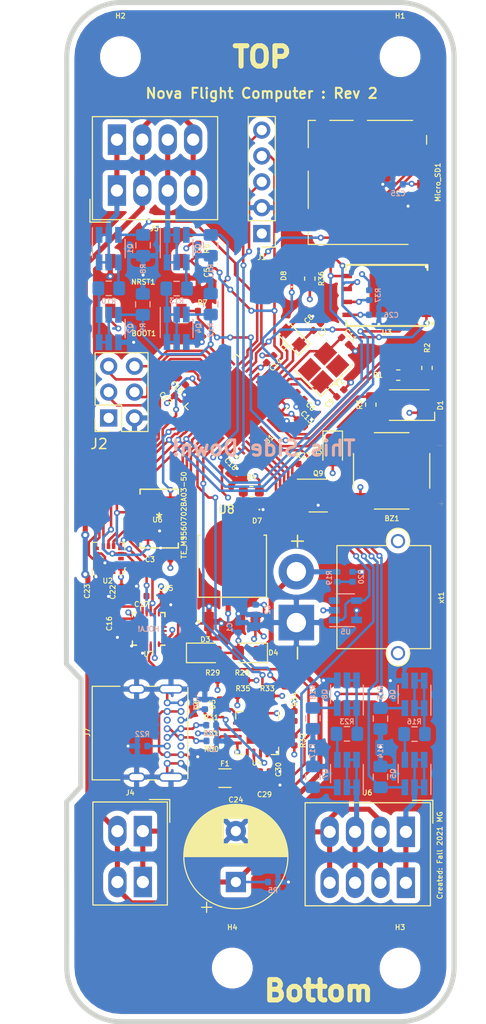
<source format=kicad_pcb>
(kicad_pcb (version 20211014) (generator pcbnew)
  (layers (0 "F.Cu" signal) (1 "In1.Cu" signal "3.3V") (2 "In2.Cu" signal "GND") (31 "B.Cu" signal) (34 "B.Paste" user) (35 "F.Paste" user) (36 "B.SilkS" user "B.Silkscreen") (37 "F.SilkS" user "F.Silkscreen") (38 "B.Mask" user) (39 "F.Mask" user) (44 "Edge.Cuts" user))
  (net 0 "")
  (net 1 "GND")
  (net 2 "+3V3")
  (net 3 "Net-(BZ1-Pad2)")
  (net 4 "Net-(C1-Pad2)")
  (net 5 "/USB-C/_N")
  (net 6 "Net-(C24-Pad1)")
  (net 7 "/USB-C/_P")
  (net 8 "VBUS")
  (net 9 "Net-(D1-Pad4)")
  (net 10 "Net-(D1-Pad3)")
  (net 11 "Net-(D1-Pad2)")
  (net 12 "+BATT")
  (net 13 "Net-(D5-Pad2)")
  (net 14 "Net-(D5-Pad1)")
  (net 15 "Net-(D6-Pad2)")
  (net 16 "Net-(D6-Pad1)")
  (net 17 "Net-(F1-Pad2)")
  (net 18 "/SWCLK")
  (net 19 "/NRST")
  (net 20 "/SWDIO")
  (net 21 "/Pyro Channels/PYRO1")
  (net 22 "/Pyro Channels/PYRO2")
  (net 23 "/Pyro Channels/PYRO3")
  (net 24 "/Pyro Channels/PYRO4")
  (net 25 "Net-(J7-PadB5)")
  (net 26 "Net-(J7-PadA5)")
  (net 27 "/MISO")
  (net 28 "/SCLK")
  (net 29 "/MOSI")
  (net 30 "Net-(R19-Pad2)")
  (net 31 "/USB-C/D-")
  (net 32 "/USB-C/D+")
  (net 33 "/TXD")
  (net 34 "/RXD")
  (net 35 "Net-(R34-Pad2)")
  (net 36 "Net-(R35-Pad2)")
  (net 37 "/BOOT0")
  (net 38 "/VCAP")
  (net 39 "/CLOCKOUT")
  (net 40 "/CLOCKIN")
  (net 41 "/32CLOCKOUT")
  (net 42 "/32CLOCKIN")
  (net 43 "/PC13")
  (net 44 "Net-(R37-Pad2)")
  (net 45 "/VMonitor")
  (net 46 "/BAROMETER_CS")
  (net 47 "Net-(C17-Pad1)")
  (net 48 "Net-(D7-Pad2)")
  (net 49 "Net-(D8-Pad2)")
  (net 50 "/FIRE1")
  (net 51 "Net-(Q2-Pad1)")
  (net 52 "/FIRE2")
  (net 53 "Net-(Q4-Pad1)")
  (net 54 "/FIRE3")
  (net 55 "Net-(Q6-Pad1)")
  (net 56 "/FIRE4")
  (net 57 "Net-(Q8-Pad1)")
  (net 58 "Net-(Q1-Pad4)")
  (net 59 "Net-(Q3-Pad4)")
  (net 60 "Net-(Q5-Pad4)")
  (net 61 "Net-(Q7-Pad4)")
  (net 62 "Net-(Q9-Pad3)")
  (net 63 "/SD_CS")
  (net 64 "/LED_GREEN")
  (net 65 "/LED_RED")
  (net 66 "/LED_BLUE")
  (net 67 "/BUZZER")
  (net 68 "/ACCELEROMETER_CS")
  (net 69 "/FL_CS")
  (net 70 "/IMU_CS")
  (net 71 "/IMU_INT")
  (net 72 "/FSYNC")
  (net 73 "/ARM1")
  (net 74 "/ARM2")
  (net 75 "/GPIO2")
  (net 76 "/GPIO3")
  (net 77 "/GPIO4")
  (net 78 "/GPIO5")
  (net 79 "/INT2")
  (net 80 "/INT1")
  (footprint "Transducer:XDCR_CMT-7525-80-SMT-TR" (layer "F.Cu") (at 172.675 89.675 180)
    (fp_text reference "BZ1")
    (fp_text value "Buzzer")
  )
  (footprint "Capacitor_SMD:C_0402_1005Metric" (layer "F.Cu") (at 150.425 98.35 180)
    (fp_text reference "C3")
    (fp_text value "100nF")
  )
  (footprint "Capacitor_SMD:C_0402_1005Metric" (layer "F.Cu") (at 153.65 70.26 90)
    (fp_text reference "C5")
    (fp_text value "100nF")
  )
  (footprint "Capacitor_SMD:C_0402_1005Metric" (layer "F.Cu") (at 163.7 82.325 -45)
    (fp_text reference "C6")
    (fp_text value "100nF")
  )
  (footprint "Capacitor_SMD:C_0402_1005Metric" (layer "F.Cu") (at 165.325 75.55 45)
    (fp_text reference "C7")
    (fp_text value "1.5pF")
  )
  (footprint "Capacitor_SMD:C_0402_1005Metric" (layer "F.Cu") (at 163.95 74.225 45)
    (fp_text reference "C8")
    (fp_text value "1.5pF")
  )
  (footprint "Capacitor_SMD:C_0402_1005Metric" (layer "F.Cu") (at 167.625 82.05 45)
    (fp_text reference "C9")
    (fp_text value "8pF")
  )
  (footprint "Capacitor_SMD:C_0402_1005Metric" (layer "F.Cu") (at 152.057053 80.882053 135)
    (fp_text reference "C10")
    (fp_text value "2.2uF")
  )
  (footprint "Capacitor_SMD:C_0402_1005Metric" (layer "F.Cu") (at 168.1 76.925 -45)
    (fp_text reference "C11")
    (fp_text value "8pF")
  )
  (footprint "Capacitor_SMD:C_0402_1005Metric" (layer "F.Cu") (at 150.975 81.925 135)
    (fp_text reference "C12")
    (fp_text value "100nF")
  )
  (footprint "Capacitor_SMD:C_0402_1005Metric" (layer "F.Cu") (at 163.75 85 -45)
    (fp_text reference "C13")
    (fp_text value "100nF")
  )
  (footprint "Capacitor_SMD:C_0402_1005Metric" (layer "F.Cu") (at 160.725 78.7 45)
    (fp_text reference "C14")
    (fp_text value "100nF")
  )
  (footprint "Capacitor_SMD:C_0402_1005Metric" (layer "F.Cu") (at 150.475 101.975)
    (fp_text reference "C15")
    (fp_text value "10nF")
  )
  (footprint "Capacitor_SMD:C_0402_1005Metric" (layer "F.Cu") (at 145.7 104.675 -90)
    (fp_text reference "C16")
    (fp_text value "100nF")
  )
  (footprint "Capacitor_SMD:C_0402_1005Metric" (layer "F.Cu") (at 148.075 101.975 180)
    (fp_text reference "C17")
    (fp_text value "100nF")
  )
  (footprint "Capacitor_SMD:C_0402_1005Metric" (layer "F.Cu") (at 156.325 89.575 -45)
    (fp_text reference "C18")
    (fp_text value "100nF")
  )
  (footprint "Capacitor_SMD:C_0402_1005Metric" (layer "F.Cu") (at 146.1 101.525 -90)
    (fp_text reference "C22")
    (fp_text value "10uF")
  )
  (footprint "Capacitor_SMD:C_0402_1005Metric" (layer "F.Cu") (at 143.55 101.525 90)
    (fp_text reference "C23")
    (fp_text value "100nF")
  )
  (footprint "PyroChannel:CP_Radial_D10.0mm_P5.00mm" (layer "F.Cu") (at 157.35 130.05 90)
    (fp_text reference "C24")
    (fp_text value "1mF")
  )
  (footprint "Capacitor_SMD:C_0402_1005Metric" (layer "F.Cu") (at 160.2 120.525 180)
    (fp_text reference "C29")
    (fp_text value "100nF")
  )
  (footprint "Capacitor_SMD:C_0402_1005Metric" (layer "F.Cu") (at 160.2 119.2 180)
    (fp_text reference "C30")
    (fp_text value "4.7uF")
  )
  (footprint "Capacitor_SMD:C_0402_1005Metric" (layer "F.Cu") (at 154.95 117.75)
    (fp_text reference "C31")
    (fp_text value "10nF")
  )
  (footprint "LED_SMD:LED_Avago_PLCC4_3.2x2.8mm_CW" (layer "F.Cu") (at 174.404956 83.215 180)
    (fp_text reference "D1")
    (fp_text value "ASMB-MTB0-0A3A2")
  )
  (footprint "Diode_SMD:D_0805_2012Metric_Pad1.15x1.40mm_HandSolder" (layer "F.Cu") (at 166.875 87.625 -90)
    (fp_text reference "D2")
    (fp_text value "DIODE")
  )
  (footprint "Diode_SMD:D_0805_2012Metric_Pad1.15x1.40mm_HandSolder" (layer "F.Cu") (at 154.35 107.55)
    (fp_text reference "D3")
    (fp_text value "DIODE")
  )
  (footprint "Diode_SMD:D_0805_2012Metric_Pad1.15x1.40mm_HandSolder" (layer "F.Cu") (at 158.6 107.55 180)
    (fp_text reference "D4")
    (fp_text value "DIODE")
  )
  (footprint "LED_SMD:LED_0402_1005Metric" (layer "F.Cu") (at 155.8 112.6 90)
    (fp_text reference "D5")
    (fp_text value "LED")
  )
  (footprint "LED_SMD:LED_0402_1005Metric" (layer "F.Cu") (at 154.3 112.6 90)
    (fp_text reference "D6")
    (fp_text value "LED")
  )
  (footprint "LED_SMD:LED_0402_1005Metric" (layer "F.Cu") (at 158.575 93.475 180)
    (fp_text reference "D7")
    (fp_text value "LED")
  )
  (footprint "LED_SMD:LED_0402_1005Metric" (layer "F.Cu") (at 162.85 70.51 90)
    (fp_text reference "D8")
    (fp_text value "LED")
  )
  (footprint "Fuse:Fuse_1206_3216Metric_Pad1.42x1.75mm_HandSolder" (layer "F.Cu") (at 156.275 119.85 180)
    (fp_text reference "F1")
    (fp_text value "500mA")
  )
  (footprint "MountingHole:MountingHole_3mm" (layer "F.Cu") (at 173.5 49)
    (fp_text reference "H1")
    (fp_text value "MountingHole")
  )
  (footprint "MountingHole:MountingHole_3mm" (layer "F.Cu") (at 146 49)
    (fp_text reference "H2")
    (fp_text value "MountingHole")
  )
  (footprint "MountingHole:MountingHole_3mm" (layer "F.Cu") (at 173.5 138.5)
    (fp_text reference "H3")
    (fp_text value "MountingHole")
  )
  (footprint "MountingHole:MountingHole_3mm" (layer "F.Cu") (at 157 138.5)
    (fp_text reference "H4")
    (fp_text value "MountingHole")
  )
  (footprint "Connector_PinHeader_2.54mm:PinHeader_1x05_P2.54mm_Vertical" (layer "F.Cu") (at 159.9 66.375 180)
    (fp_text reference "J1")
    (fp_text value "Conn_01x05_Male_Programmer")
  )
  (footprint "TerminalBlock_Phoenix:TerminalBlock_Phoenix_PTSM-0,5-2-2.5-H-THR_1x02_P2.50mm_Horizontal" (layer "F.Cu") (at 148.2 125.05 180)
    (fp_text reference "J4")
    (fp_text value "Conn_01x02_Female")
  )
  (footprint "TerminalBlock_Phoenix:TerminalBlock_Phoenix_PTSM-0,5-4-2.5-H-THR_1x04_P2.50mm_Horizontal" (layer "F.Cu") (at 145.65 62.15)
    (fp_text reference "J5")
    (fp_text value "Conn_01x04_Female")
  )
  (footprint "TerminalBlock_Phoenix:TerminalBlock_Phoenix_PTSM-0,5-4-2.5-H-THR_1x04_P2.50mm_Horizontal" (layer "F.Cu") (at 174.075 125.125 180)
    (fp_text reference "J6")
    (fp_text value "Conn_01x04_Female")
  )
  (footprint "Connector_USB:USB_C_Receptacle_GCT_USB4085" (layer "F.Cu") (at 151.95 112.45 -90)
    (fp_text reference "J7")
    (fp_text value "USB_C_Receptacle_USB2.0")
  )
  (footprint "Connector_Card:microSD_HC_Molex_104031-0811" (layer "F.Cu") (at 170.29 61.33 -90)
    (fp_text reference "Micro_SD1")
    (fp_text value "WE_693072010801")
  )
  (footprint "Resistor_SMD:R_0603_1608Metric" (layer "F.Cu") (at 173.325 80.275)
    (fp_text reference "R1")
    (fp_text value "330")
  )
  (footprint "Resistor_SMD:R_0603_1608Metric" (layer "F.Cu") (at 176.15 79.5625 90)
    (fp_text reference "R2")
    (fp_text value "330")
  )
  (footprint "Resistor_SMD:R_0603_1608Metric" (layer "F.Cu") (at 170.625 83.175 90)
    (fp_text reference "R3")
    (fp_text value "330")
  )
  (footprint "Resistor_SMD:R_0603_1608Metric" (layer "F.Cu") (at 158.875 91.725)
    (fp_text reference "R4")
    (fp_text value "5.1k")
  )
  (footprint "Resistor_SMD:R_0402_1005Metric" (layer "F.Cu") (at 153.65 67.85 -90)
    (fp_text reference "R6")
    (fp_text value "10k")
  )
  (footprint "Resistor_SMD:R_0402_1005Metric" (layer "F.Cu") (at 154.11 73.975)
    (fp_text reference "R7")
    (fp_text value "10k")
  )
  (footprint "Resistor_SMD:R_0402_1005Metric" (layer "F.Cu") (at 164 89)
    (fp_text reference "R27")
    (fp_text value "180")
  )
  (footprint "Resistor_SMD:R_0402_1005Metric" (layer "F.Cu") (at 157.975 110.25)
    (fp_text reference "R28")
    (fp_text value "270")
  )
  (footprint "Resistor_SMD:R_0402_1005Metric" (layer "F.Cu") (at 155.075 110.25 180)
    (fp_text reference "R29")
    (fp_text value "270")
  )
  (footprint "Resistor_SMD:R_0402_1005Metric" (layer "F.Cu") (at 154.95 116.2 180)
    (fp_text reference "R30")
    (fp_text value "27")
  )
  (footprint "Resistor_SMD:R_0402_1005Metric" (layer "F.Cu") (at 154.925 114.65)
    (fp_text reference "R31")
    (fp_text value "27")
  )
  (footprint "Resistor_SMD:R_0402_1005Metric" (layer "F.Cu") (at 163.1 116.15 90)
    (fp_text reference "R32")
    (fp_text value "27")
  )
  (footprint "Resistor_SMD:R_0402_1005Metric" (layer "F.Cu") (at 160.45 111.775 180)
    (fp_text reference "R33")
    (fp_text value "27")
  )
  (footprint "Resistor_SMD:R_0402_1005Metric" (layer "F.Cu") (at 163.1 113.75 -90)
    (fp_text reference "R34")
    (fp_text value "27")
  )
  (footprint "Resistor_SMD:R_0402_1005Metric" (layer "F.Cu") (at 158 111.775)
    (fp_text reference "R35")
    (fp_text value "27")
  )
  (footprint "Resistor_SMD:R_0603_1608Metric" (layer "F.Cu") (at 164.625 70.8 -90)
    (fp_text reference "R36")
    (fp_text value "1k")
  )
  (footprint "NOVA MCU (STM):KSR223GLFG" (layer "F.Cu") (at 152 73.975 180)
    (fp_text reference "BOOT1")
    (fp_text value "SW_Push")
  )
  (footprint "NOVA MCU (STM):KSR223GLFG" (layer "F.Cu") (at 145 69.075)
    (fp_text reference "NRST1")
    (fp_text value "SW_Push")
  )
  (footprint "Package_DFN_QFN:QFN-48-1EP_7x7mm_P0.5mm_EP5.6x5.6mm" (layer "F.Cu") (at 157.425 83.35 -135)
    (fp_text reference "U1")
    (fp_text value "STM32F411CEUx")
  )
  (footprint "Accelerometer_Breakout:TFLGA-16_3x3mm" (layer "F.Cu") (at 144.825 98.295 180)
    (fp_text reference "U2")
    (fp_text value "ST_H3LIS331DL")
  )
  (footprint "FHSD:SON127P800X600X80-9N" (layer "F.Cu") (at 172.2 72.45 180)
    (fp_text reference "U3")
    (fp_text value "WB_W25N512GVPIT")
  )
  (footprint "Package_DFN_QFN:QFN-16-1EP_4x4mm_P0.65mm_EP2.1x2.1mm" (layer "F.Cu") (at 159.45 115.425 -90)
    (fp_text reference "U4")
    (fp_text value "FT230XQ")
  )
  (footprint "Barometer:MS560702BA03-50" (layer "F.Cu") (at 149.8099 94.3609 180)
    (fp_text reference "U6")
    (fp_text value "TE_MS560702BA03-50")
  )
  (footprint "Sensor_Motion:InvenSense_QFN-24_3x3mm_P0.4mm" (layer "F.Cu") (at 148.775 105.195 180)
    (fp_text reference "U7")
    (fp_text value "MPU-9250")
  )
  (footprint "Connector_AMASS:AMASS_XT30PW-M_1x02_P2.50mm_Horizontal" (layer "F.Cu") (at 163.3 104.575 -90)
    (fp_text reference "xt1")
    (fp_text value "Conn_01x02")
  )
  (footprint "Crystal:Crystal_SMD_2012-2Pin_2.0x1.2mm_HandSoldering" (layer "F.Cu") (at 162.925 76.6 135)
    (fp_text reference "Y1")
    (fp_text value "32.768kHz")
  )
  (footprint "Crystal:Crystal_SMD_EuroQuartz_X22-4Pin_2.5x2.0mm_HandSoldering" (layer "F.Cu") (at 165.975 79.55 45)
    (fp_text reference "Y2")
    (fp_text value "25MHz")
  )
  (footprint "Package_TO_SOT_SMD:SOT-23-6_Handsoldering" (layer "F.Cu") (at 165.45 92.1)
    (fp_text reference "Q9")
    (fp_text value "Q_NMOS_DGS")
  )
  (footprint "Connector_PinSocket_2.54mm:PinSocket_2x03_P2.54mm_Vertical" (layer "F.Cu") (at 144.84 84.48 180)
    (fp_text reference "J2")
    (fp_text value "Conn_02x04_Counter_Clockwise")
  )
  (footprint "Power:DPAK228P968X238-4N" (layer "F.Cu") (at 156.99 99.88)
    (fp_text reference "U8")
    (fp_text value "NCP1117-3.3_TO252")
  )
  (footprint "Capacitor_SMD:C_0402_1005Metric" (layer "B.Cu") (at 157.6 105.065 -90)
    (fp_text reference "C1")
    (fp_text value "10uF")
  )
  (footprint "Capacitor_SMD:C_0402_1005Metric" (layer "B.Cu") (at 159.3 103.3 90)
    (fp_text reference "C2")
    (fp_text value "10uF")
  )
  (footprint "Capacitor_SMD:C_0402_1005Metric" (layer "B.Cu") (at 154.95 116.2)
    (fp_text reference "C4")
    (fp_text value "27pF")
  )
  (footprint "Capacitor_SMD:C_0402_1005Metric" (layer "B.Cu") (at 173.28 61.535)
    (fp_text reference "C25")
    (fp_text value "100nF")
  )
  (footprint "Capacitor_SMD:C_0402_1005Metric" (layer "B.Cu") (at 170.925 74.35 180)
    (fp_text reference "C26")
    (fp_text value "0.1uF")
  )
  (footprint "Capacitor_SMD:C_0402_1005Metric" (layer "B.Cu") (at 154.925 114.65)
    (fp_text reference "C28")
    (fp_text value "27pF")
  )
  (footprint "Package_TO_SOT_SMD:SOT-23-6_Handsoldering" (layer "B.Cu") (at 144.85 67.85 -90)
    (fp_text reference "Q1")
    (fp_text value "Q_NMOS_DGS")
  )
  (footprint "Package_TO_SOT_SMD:SOT-23-6_Handsoldering" (layer "B.Cu") (at 144.85 75.7 -90)
    (fp_text reference "Q2")
    (fp_text value "Q_NMOS_DGS")
  )
  (footprint "Package_TO_SOT_SMD:SOT-23-6_Handsoldering" (layer "B.Cu") (at 151.525 67.85 -90)
    (fp_text reference "Q3")
    (fp_text value "Q_NMOS_DGS")
  )
  (footprint "Package_TO_SOT_SMD:SOT-23-6_Handsoldering" (layer "B.Cu") (at 151.525 75.675 -90)
    (fp_text reference "Q4")
    (fp_text value "Q_NMOS_DGS")
  )
  (footprint "Package_TO_SOT_SMD:SOT-23-6_Handsoldering" (layer "B.Cu") (at 174.925 119.4 90)
    (fp_text reference "Q5")
    (fp_text value "Q_NMOS_DGS")
  )
  (footprint "Package_TO_SOT_SMD:SOT-23-6_Handsoldering" (layer "B.Cu") (at 174.925 111.625 90)
    (fp_text reference "Q6")
    (fp_text value "Q_NMOS_DGS")
  )
  (footprint "Package_TO_SOT_SMD:SOT-23-6_Handsoldering" (layer "B.Cu") (at 168.275 119.4 90)
    (fp_text reference "Q7")
    (fp_text value "Q_NMOS_DGS")
  )
  (footprint "Package_TO_SOT_SMD:SOT-23-6_Handsoldering" (layer "B.Cu") (at 168.275 111.6 90)
    (fp_text reference "Q8")
    (fp_text value "Q_NMOS_DGS")
  )
  (footprint "Resistor_SMD:R_0402_1005Metric" (layer "B.Cu") (at 161 130.05)
    (fp_text reference "R5")
    (fp_text value "10k")
  )
  (footprint "Resistor_SMD:R_0805_2012Metric_Pad1.15x1.40mm_HandSolder" (layer "B.Cu") (at 148.225 67.525 -90)
    (fp_text reference "R8")
    (fp_text value "10k")
  )
  (footprint "Resistor_SMD:R_0805_2012Metric_Pad1.15x1.40mm_HandSolder" (layer "B.Cu") (at 148.2 73.325 90)
    (fp_text reference "R9")
    (fp_text value "10k")
  )
  (footprint "Resistor_SMD:R_0805_2012Metric_Pad1.15x1.40mm_HandSolder" (layer "B.Cu") (at 144.85 71.75 180)
    (fp_text reference "R10")
    (fp_text value "3.3")
  )
  (footprint "Resistor_SMD:R_0805_2012Metric_Pad1.15x1.40mm_HandSolder" (layer "B.Cu") (at 154.875 67.525 -90)
    (fp_text reference "R11")
    (fp_text value "10k")
  )
  (footprint "Resistor_SMD:R_0805_2012Metric_Pad1.15x1.40mm_HandSolder" (layer "B.Cu") (at 154.875 73.3 90)
    (fp_text reference "R12")
    (fp_text value "10k")
  )
  (footprint "Resistor_SMD:R_0805_2012Metric_Pad1.15x1.40mm_HandSolder" (layer "B.Cu") (at 151.525 71.775 180)
    (fp_text reference "R13")
    (fp_text value "3.3")
  )
  (footprint "Resistor_SMD:R_0805_2012Metric_Pad1.15x1.40mm_HandSolder" (layer "B.Cu") (at 171.575 119.725 90)
    (fp_text reference "R14")
    (fp_text value "10k")
  )
  (footprint "Resistor_SMD:R_0805_2012Metric_Pad1.15x1.40mm_HandSolder" (layer "B.Cu") (at 171.575 114 -90)
    (fp_text reference "R15")
    (fp_text value "10k")
  )
  (footprint "Resistor_SMD:R_0805_2012Metric_Pad1.15x1.40mm_HandSolder" (layer "B.Cu") (at 174.925 115.525)
    (fp_text reference "R16")
    (fp_text value "3.3")
  )
  (footprint "Resistor_SMD:R_0805_2012Metric_Pad1.15x1.40mm_HandSolder" (layer "B.Cu") (at 164.925 119.725 90)
    (fp_text reference "R17")
    (fp_text value "10k")
  )
  (footprint "Resistor_SMD:R_0805_2012Metric_Pad1.15x1.40mm_HandSolder" (layer "B.Cu") (at 164.925 113.975 -90)
    (fp_text reference "R18")
    (fp_text value "10k")
  )
  (footprint "Resistor_SMD:R_0402_1005Metric" (layer "B.Cu") (at 167.325 100.075 -90)
    (fp_text reference "R19")
    (fp_text value "95.5k")
  )
  (footprint "Resistor_SMD:R_0402_1005Metric" (layer "B.Cu") (at 168.825 100.075 90)
    (fp_text reference "R20")
    (fp_text value "47k")
  )
  (footprint "Resistor_SMD:R_0402_1005Metric" (layer "B.Cu") (at 154.3 112.6 -90)
    (fp_text reference "R21")
    (fp_text value "5k")
  )
  (footprint "Resistor_SMD:R_0402_1005Metric" (layer "B.Cu") (at 148.15 116.7 180)
    (fp_text reference "R22")
    (fp_text value "5k")
  )
  (footprint "Resistor_SMD:R_0805_2012Metric_Pad1.15x1.40mm_HandSolder" (layer "B.Cu") (at 168.275 115.5)
    (fp_text reference "R23")
    (fp_text value "3.3")
  )
  (footprint "Resistor_SMD:R_0402_1005Metric" (layer "B.Cu") (at 170.475 72.425 -90)
    (fp_text reference "R37")
    (fp_text value "10k")
  )
  (footprint "Package_TO_SOT_SMD:SOT-23-5" (layer "B.Cu") (at 168.12 103.365)
    (fp_text reference "U5")
    (fp_text value "OP179GRT")
  )
  (gr_line (start 178.816 138.43) (end 178.816 49.022) (layer "Edge.Cuts") (width 0.5))
  (gr_line (start 173.482 43.688) (end 146.05 43.688) (layer "Edge.Cuts") (width 0.5))
  (gr_line (start 146.05 143.764) (end 173.482 143.764) (layer "Edge.Cuts") (width 0.5))
  (gr_line (start 140.716 138.43) (end 140.71 122.18) (layer "Edge.Cuts") (width 0.5))
  (gr_line (start 142.12 110.14) (end 142.09 120.71) (layer "Edge.Cuts") (width 0.5))
  (gr_arc (start 178.816 138.43) (mid 177.253708 142.201708) (end 173.482 143.764) (layer "Edge.Cuts") (width 0.5))
  (gr_line (start 140.686 108.642) (end 140.716 49.022) (layer "Edge.Cuts") (width 0.5))
  (gr_arc (start 173.482 43.688) (mid 177.253708 45.250292) (end 178.816 49.022) (layer "Edge.Cuts") (width 0.5))
  (gr_line (start 142.12 110.14) (end 140.686 108.642) (layer "Edge.Cuts") (width 0.5))
  (gr_line (start 142.09 120.71) (end 140.71 122.18) (layer "Edge.Cuts") (width 0.5))
  (gr_arc (start 140.716 49.022) (mid 142.278292 45.250292) (end 146.05 43.688) (layer "Edge.Cuts") (width 0.5))
  (gr_arc (start 146.05 143.764) (mid 142.278292 142.201708) (end 140.716 138.43) (layer "Edge.Cuts") (width 0.5))
  (gr_text "HOLA!" (at 148.765 105.205) (layer "B.SilkS") (effects (font (size 0.5 0.5) (thickness 0.1)) (justify mirror)))
  (gr_text "This Side Down!" (at 160.09 87.455) (layer "B.SilkS") (effects (font (size 1.5 1.5) (thickness 0.3)) (justify mirror)))
  (gr_text "Bottom" (at 165.49 140.73) (layer "F.SilkS") (effects (font (size 2 2) (thickness 0.5))))
  (gr_text "TOP" (at 159.91 49.03) (layer "F.SilkS") (effects (font (size 2 2) (thickness 0.5))))
  (gr_text "Created: Fall 2021 MG" (at 177.415 127.43 90) (layer "F.SilkS") (effects (font (size 0.5 0.5) (thickness 0.1))))
  (gr_text "Nova Flight Computer : Rev 2" (at 159.89 52.605) (layer "F.SilkS") (effects (font (size 1 1) (thickness 0.2))))
  (segment (start 153.65 70.745) (end 154.555 70.745) (width 0.25) (layer "F.Cu") (net 1))
  (segment (start 160.685 119.2) (end 161.69 119.2) (width 0.25) (layer "F.Cu") (net 1))
  (segment (start 147.59 101.975) (end 147.59 101.015) (width 0.25) (layer "F.Cu") (net 1))
  (segment (start 150.632053 81.582053) (end 150.667947 81.582053) (width 0.25) (layer "F.Cu") (net 1))
  (segment (start 153.093019 82.2) (end 152.3 82.2) (width 0.25) (layer "F.Cu") (net 1))
  (segment (start 156.585311 87.37167) (end 156.57833 87.37167) (width 0.25) (layer "F.Cu") (net 1))
  (segment (start 154.53 104.65) (end 154.71 104.47) (width 0.25) (layer "F.Cu") (net 1))
  (segment (start 146.1 102.01) (end 144.835 102.01) (width 0.25) (layer "F.Cu") (net 1))
  (segment (start 157.425 83.35) (end 157.425 86.531981) (width 0.25) (layer "F.Cu") (net 1))
  (segment (start 147.59 111.1) (end 150.97 111.1) (width 0.25) (layer "F.Cu") (net 1))
  (segment (start 161.4 116.4) (end 161.4 117.3) (width 0.25) (layer "F.Cu") (net 1))
  (segment (start 168.442947 77.267947) (end 169.1 77.925) (width 0.25) (layer "F.Cu") (net 1))
  (segment (start 144.125 97.795) (end 144.47 98.14) (width 0.25) (layer "F.Cu") (net 1))
  (segment (start 147.59 101.015) (end 147.575 101) (width 0.25) (layer "F.Cu") (net 1))
  (segment (start 143.6 98.795) (end 143.6 99.295) (width 0.25) (layer "F.Cu") (net 1))
  (segment (start 153.40333 82.510311) (end 153.093019 82.2) (width 0.25) (layer "F.Cu") (net 1))
  (segment (start 154.725 102.975) (end 154.725 104.455) (width 0.25) (layer "F.Cu") (net 1))
  (segment (start 176.095 69.63) (end 176.1 69.625) (width 0.25) (layer "F.Cu") (net 1))
  (segment (start 169.59 55.59) (end 169.59 59.32) (width 0.25) (layer "F.Cu") (net 1))
  (segment (start 165.632053 75.207053) (end 164.925 74.5) (width 0.25) (layer "F.Cu") (net 1))
  (segment (start 160.425 116.4) (end 159.45 115.425) (width 0.25) (layer "F.Cu") (net 1))
  (segment (start 165.667947 75.207053) (end 165.632053 75.207053) (width 0.25) (layer "F.Cu") (net 1))
  (segment (start 159.06 93.475) (end 160.025 93.475) (width 0.25) (layer "F.Cu") (net 1))
  (segment (start 144.47 98.14) (end 144.47 98.71) (width 0.25) (layer "F.Cu") (net 1))
  (segment (start 145.325 99.52) (end 145.325 98.995) (width 0.25) (layer "F.Cu") (net 1))
  (segment (start 161.44667 84.189689) (end 162.031981 84.775) (width 0.25) (layer "F.Cu") (net 1))
  (segment (start 150.97 119.75) (end 147.59 119.75) (width 0.25) (layer "F.Cu") (net 1))
  (segment (start 174.335 63.725) (end 174.29 63.68) (width 0.25) (layer "F.Cu") (net 1))
  (segment (start 154.875 70.425) (end 154.875 73.695) (width 0.25) (layer "F.Cu") (net 1))
  (segment (start 164.007053 82.667947) (end 163.3 83.375) (width 0.25) (layer "F.Cu") (net 1))
  (segment (start 159.325349 80.38899) (end 157.425 82.289339) (width 0.25) (layer "F.Cu") (net 1))
  (segment (start 150.9099 94.9859) (end 150.9099 93.7359) (width 0.25) (layer "F.Cu") (net 1))
  (segment (start 160.606981 83.35) (end 157.425 83.35) (width 0.25) (layer "F.Cu") (net 1))
  (segment (start 154.243019 83.35) (end 157.425 83.35) (width 0.25) (layer "F.Cu") (net 1))
  (segment (start 159.968879 78.357053) (end 159.953198 78.341372) (width 0.25) (layer "F.Cu") (net 1))
  (segment (start 150.6 119.38) (end 150.97 119.75) (width 0.25) (layer "F.Cu") (net 1))
  (segment (start 151.714106 80.539106) (end 151.710894 80.539106) (width 0.25) (layer "F.Cu") (net 1))
  (segment (start 169.59 59.32) (end 171.805 61.535) (width 0.25) (layer "F.Cu") (net 1))
  (segment (start 175.74 63.725) (end 174.335 63.725) (width 0.25) (layer "F.Cu") (net 1))
  (segment (start 153.5 104.65) (end 154.53 104.65) (width 0.25) (layer "F.Cu") (net 1))
  (segment (start 162.031981 84.775) (end 162.356026 84.775) (width 0.25) (layer "F.Cu") (net 1))
  (segment (start 145 69.075) (end 145 70.575) (width 0.25) (layer "F.Cu") (net 1))
  (segment (start 145.325 98.995) (end 145.04 98.71) (width 0.25) (layer "F.Cu") (net 1))
  (segment (start 154.555 70.745) (end 154.875 70.425) (width 0.25) (layer "F.Cu") (net 1))
  (segment (start 154.72 102.98) (end 154.725 102.975) (width 0.25) (layer "F.Cu") (net 1))
  (segment (start 146.05 97.295) (end 146.05 96.75) (width 0.25) (layer "F.Cu") (net 1))
  (segment (start 156.667947 89.917947) (end 157.012053 89.917947) (width 0.25) (layer "F.Cu") (net 1))
  (segment (start 150.6 118.4) (end 150.6 119.38) (width 0.25) (layer "F.Cu") (net 1))
  (segment (start 143.6 99.295) (end 143.6 100.075) (width 0.25) (layer "F.Cu") (net 1))
  (segment (start 150.96 102.815) (end 150.95 102.825) (width 0.25) (layer "F.Cu") (net 1))
  (segment (start 154.465 117.75) (end 153.6 117.75) (width 0.25) (layer "F.Cu") (net 1))
  (segment (start 147.275 106.195) (end 147.275 106.7) (width 0.25) (layer "F.Cu") (net 1))
  (segment (start 150.667947 81.582053) (end 151.175 81.075) (width 0.25) (layer "F.Cu") (net 1))
  (segment (start 150.4391 94.9859) (end 149.85 95.575) (width 0.25) (layer "F.Cu") (net 1))
  (segment (start 147.275 106.7) (end 147.1 106.875) (width 0.25) (layer "F.Cu") (net 1))
  (segment (start 161.685 120.525) (end 161.69 120.53) (width 0.25) (layer "F.Cu") (net 1))
  (segment (start 150.96 101.975) (end 150.96 102.815) (width 0.25) (layer "F.Cu") (net 1))
  (segment (start 164.292947 73.882053) (end 164.307053 73.882053) (width 0.25) (layer "F.Cu") (net 1))
  (segment (start 151.710894 80.539106) (end 151.175 81.075) (width 0.25) (layer "F.Cu") (net 1))
  (segment (start 157.425 82.289339) (end 157.425 83.35) (width 0.25) (layer "F.Cu") (net 1))
  (segment (start 143.55 102.01) (end 144.815 102.01) (width 0.25) (layer "F.Cu") (net 1))
  (segment (start 164.092947 85.332053) (end 164.775 84.65) (width 0.25) (layer "F.Cu") (net 1))
  (segment (start 146.05 96.75) (end 146.32 96.48) (width 0.25) (layer "F.Cu") (net 1))
  (segment (start 157.012053 89.917947) (end 157.48 89.45) (width 0.25) (layer "F.Cu") (net 1))
  (segment (start 157.425 86.531981) (end 156.585311 87.37167) (width 0.25) (layer "F.Cu") (net 1))
  (segment (start 164.042947 82.667947) (end 164.007053 82.667947) (width 0.25) (layer "F.Cu") (net 1))
  (segment (start 156.57833 87.37167) (end 155.875 88.075) (width 0.25) (layer "F.Cu") (net 1))
  (segment (start 176.095 70.545) (end 176.095 69.63) (width 0.25) (layer "F.Cu") (net 1))
  (segment (start 149.94 97.26) (end 149.95 97.25) (width 0.25) (layer "F.Cu") (net 1))
  (segment (start 160.685 120.525) (end 161.685 120.525) (width 0.25) (layer "F.Cu") (net 1))
  (segment (start 161.4 116.4) (end 160.425 116.4) (width 0.25) (layer "F.Cu") (net 1))
  (segment (start 176.095 70.545) (end 176.095 71.815) (width 0.25) (layer "F.Cu") (net 1))
  (segment (start 144.835 102.01) (end 144.825 102) (width 0.25) (layer "F.Cu") (net 1))
  (segment (start 145.04 98.71) (end 144.47 98.71) (width 0.25) (layer "F.Cu") (net 1))
  (segment (start 161.44667 84.189689) (end 160.606981 83.35) (width 0.25) (layer "F.Cu") (net 1))
  (segment (start 154.725 104.455) (end 154.71 104.47) (width 0.25) (layer "F.Cu") (net 1))
  (segment (start 155.875 88.075) (end 155.875 88.35) (width 0.25) (layer "F.Cu") (net 1))
  (segment (start 154.875 73.695) (end 154.595 73.975) (width 0.25) (layer "F.Cu") (net 1))
  (segment (start 148.175 106.695) (end 148.175 107.575) (width 0.25) (layer "F.Cu") (net 1))
  (segment (start 164.307053 73.882053) (end 164.925 74.5) (width 0.25) (layer "F.Cu") (net 1))
  (segment (start 161.067947 78.357053) (end 159.968879 78.357053) (width 0.25) (layer "F.Cu") (net 1))
  (segment (start 144.815 102.01) (end 144.825 102) (width 0.25) (layer "F.Cu") (net 1))
  (segment (start 150.6 111.47) (end 150.97 111.1) (width 0.25) (layer "F.Cu") (net 1))
  (segment (start 167.967947 81.707053) (end 168.675 81) (width 0.25) (layer "F.Cu") (net 1))
  (segment (start 150.9099 94.9859) (end 150.4391 94.9859) (width 0.25) (layer "F.Cu") (net 1))
  (segment (start 155.925 104.65) (end 154.89 104.65) (width 0.25) (layer "F.Cu") (net 1))
  (segment (start 151.95 118.4) (end 150.6 118.4) (width 0.25) (layer "F.Cu") (net 1))
  (segment (start 164.092947 85.342947) (end 164.092947 85.332053) (width 0.25) (layer "F.Cu") (net 1))
  (segment (start 166.8 93.05) (end 165.45 93.05) (width 0.25) (layer "F.Cu") (net 1))
  (segment (start 144.125 97.795) (end 143.6 97.795) (width 0.25) (layer "F.Cu") (net 1))
  (segment (start 145.7 105.16) (end 145.7 106.025) (width 0.25) (layer "F.Cu") (net 1))
  (segment (start 150.6 112.45) (end 150.6 111.47) (width 0.25) (layer "F.Cu") (net 1))
  (segment (start 154.89 104.65) (end 154.71 104.47) (width 0.25) (layer "F.Cu") (net 1))
  (segment (start 149.94 98.35) (end 149.94 97.26) (width 0.25) (layer "F.Cu") (net 1))
  (segment (start 159.125 115.1) (end 159.45 115.425) (width 0.25) (layer "F.Cu") (net 1))
  (segment (start 153.40333 82.510311) (end 154.243019 83.35) (width 0.25) (layer "F.Cu") (net 1))
  (segment (start 159.125 113.475) (end 159.125 115.1) (width 0.25) (layer "F.Cu") (net 1))
  (via (at 147.1 106.875) (size 0.6) (drill 0.3) (layers "F.Cu" "B.Cu") (net 1))
  (via (at 143.6 100.075) (size 0.6) (drill 0.3) (layers "F.Cu" "B.Cu") (net 1))
  (via (at 148.175 107.575) (size 0.6) (drill 0.3) (layers "F.Cu" "B.Cu") (net 1))
  (via (at 154 77.025) (size 0.6) (drill 0.3) (layers "F.Cu" "B.Cu") (net 1))
  (via (at 147.3 77.05) (size 0.6) (drill 0.3) (layers "F.Cu" "B.Cu") (net 1))
  (via (at 169.1 77.925) (size 0.6) (drill 0.3) (layers "F.Cu" "B.Cu") (net 1))
  (via (at 164.775 84.65) (size 0.6) (drill 0.3) (layers "F.Cu" "B.Cu") (net 1))
  (via (at 144.47 98.71) (size 0.6) (drill 0.3) (layers "F.Cu" "B.Cu") (net 1))
  (via (at 162.525 130.05) (size 0.6) (drill 0.3) (layers "F.Cu" "B.Cu") (net 1))
  (via (at 164.925 116.775) (size 0.6) (drill 0.3) (layers "F.Cu" "B.Cu") (net 1))
  (via (at 171.41 75.285) (size 0.6) (drill 0.3) (layers "F.Cu" "B.Cu") (net 1))
  (via (at 149.95 97.25) (size 0.6) (drill 0.3) (layers "F.Cu" "B.Cu") (net 1))
  (via (at 153.5 104.65) (size 0.6) (drill 0.3) (layers "F.Cu" "B.Cu") (net 1))
  (via (at 176.095 69.63) (size 0.6) (drill 0.3) (layers "F.Cu" "B.Cu") (net 1))
  (via (at 153.625 115.45) (size 0.6) (drill 0.3) (layers "F.Cu" "B.Cu") (net 1))
  (via (at 153.6 117.75) (size 0.6) (drill 0.3) (layers "F.Cu" "B.Cu") (net 1))
  (via (at 162.356026 84.775) (size 0.6) (drill 0.3) (layers "F.Cu" "B.Cu") (net 1))
  (via (at 171.805 61.535) (size 0.6) (drill 0.3) (layers "F.Cu" "B.Cu") (net 1))
  (via (at 161.69 119.2) (size 0.6) (drill 0.3) (layers "F.Cu" "B.Cu") (net 1))
  (via (at 147.575 101) (size 0.6) (drill 0.3) (layers "F.Cu" "B.Cu") (net 1))
  (via (at 155.875 88.35) (size 0.6) (drill 0.3) (layers "F.Cu" "B.Cu") (net 1))
  (via (at 160.025 93.475) (size 0.6) (drill 0.3) (layers "F.Cu" "B.Cu") (net 1))
  (via (at 165.45 93.05) (size 0.6) (drill 0.3) (layers "F.Cu" "B.Cu") (net 1))
  (via (at 148.225 70.45) (size 0.6) (drill 0.3) (layers "F.Cu" "B.Cu") (net 1))
  (via (at 155.925 104.65) (size 0.6) (drill 0.3) (layers "F.Cu" "B.Cu") (net 1))
  (via (at 172.55 110.275) (size 0.6) (drill 0.3) (layers "F.Cu" "B.Cu") (net 1))
  (via (at 164.925 74.5) (size 0.6) (drill 0.3) (layers "F.Cu" "B.Cu") (net 1))
  (via (at 157.6 103.7) (size 0.6) (drill 0.3) (layers "F.Cu" "B.Cu") (net 1))
  (via (at 151.175 81.075) (size 0.6) (drill 0.3) (layers "F.Cu" "B.Cu") (net 1))
  (via (at 144.825 102) (size 0.6) (drill 0.3) (layers "F.Cu" "B.Cu") (net 1))
  (via (at 150.95 102.825) (size 0.6) (drill 0.3) (layers "F.Cu" "B.Cu") (net 1))
  (via (at 174.29 63.68) (size 0.6) (drill 0.3) (layers "F.Cu" "B.Cu") (net 1))
  (via (at 157.48 89.45) (size 0.6) (drill 0.3) (layers "F.Cu" "B.Cu") (net 1))
  (via (at 171.575 116.8) (size 0.6) (drill 0.3) (layers "F.Cu" "B.Cu") (net 1))
  (via (at 163.3 83.375) (size 0.6) (drill 0.3) (layers "F.Cu" "B.Cu") (net 1))
  (via (at 161.4 117.3) (size 0.6) (drill 0.3) (layers "F.Cu" "B.Cu") (net 1))
  (via (at 154.875 70.425) (size 0.6) (drill 0.3) (layers "F.Cu" "B.Cu") (net 1))
  (via (at 154.725 102.975) (size 0.6) (drill 0.3) (layers "F.Cu" "B.Cu") (net 1))
  (via (at 145.7 106.025) (size 0.6) (drill 0.3) (layers "F.Cu" "B.Cu") (net 1))
  (via (at 161.69 120.53) (size 0.6) (drill 0.3) (layers "F.Cu" "B.Cu") (net 1))
  (via (at 169.75 99.6) (size 0.6) (drill 0.3) (layers "F.Cu" "B.Cu") (net 1))
  (via (at 169.225 103.375) (size 0.6) (drill 0.3) (layers "F.Cu" "B.Cu") (net 1))
  (via (at 149.85 95.575) (size 0.6) (drill 0.3) (layers "F.Cu" "B.Cu") (net 1))
  (via (at 153.325 112.125) (size 0.6) (drill 0.3) (layers "F.Cu" "B.Cu") (net 1))
  (via (at 159.953198 78.341372) (size 0.6) (drill 0.3) (layers "F.Cu" "B.Cu") (net 1))
  (via (at 152.3 82.2) (size 0.6) (drill 0.3) (layers "F.Cu" "B.Cu") (net 1))
  (via (at 146.32 96.48) (size 0.6) (drill 0.3) (layers "F.Cu" "B.Cu") (net 1))
  (via (at 168.675 81) (size 0.6) (drill 0.3) (layers "F.Cu" "B.Cu") (net 1))
  (via (at 165.975 110.25) (size 0.6) (drill 0.3) (layers "F.Cu" "B.Cu") (net 1))
  (via (at 145 70.575) (size 0.6) (drill 0.3) (layers "F.Cu" "B.Cu") (net 1))
  (via (at 146.75 116.7) (size 0.6) (drill 0.3) (layers "F.Cu" "B.Cu") (net 1))
  (segment (start 152.475 77.025) (end 154 77.025) (width 0.25) (layer "B.Cu") (net 1))
  (segment (start 171.575 118.7) (end 171.575 116.8) (width 0.25) (layer "B.Cu") (net 1))
  (segment (start 147.665 116.7) (end 146.75 116.7) (width 0.25) (layer "B.Cu") (net 1))
  (segment (start 155.41 115.44) (end 155.41 116.175) (width 0.25) (layer "B.Cu") (net 1))
  (segment (start 174.29 63.68) (end 172.145 61.535) (width 0.25) (layer "B.Cu") (net 1))
  (segment (start 169.22 104.315) (end 169.22 103.38) (width 0.25) (layer "B.Cu") (net 1))
  (segment (start 157.6 104.58) (end 157.6 103.7) (width 0.25) (layer "B.Cu") (net 1))
  (segment (start 153.635 115.44) (end 153.625 115.45) (width 0.25) (layer "B.Cu") (net 1))
  (segment (start 161.485 130.05) (end 162.525 130.05) (width 0.25) (layer "B.Cu") (net 1))
  (segment (start 154.875 68.55) (end 154.875 70.425) (width 0.25) (layer "B.Cu") (net 1))
  (segment (start 171.41 75.285) (end 171.425 75.3) (width 0.25) (layer "B.Cu") (net 1))
  (segment (start 154.3 112.115) (end 153.335 112.115) (width 0.25) (layer "B.Cu") (net 1))
  (segment (start 169.22 103.38) (end 169.225 103.375) (width 0.25) (layer "B.Cu") (net 1))
  (segment (start 164.925 115) (end 164.925 116.775) (width 0.25) (layer "B.Cu") (net 1))
  (segment (start 173.975 110.275) (end 172.55 110.275) (width 0.25) (layer "B.Cu") (net 1))
  (segment (start 159.215 103.7) (end 159.3 103.785) (width 0.25) (layer "B.Cu") (net 1))
  (segment (start 148.2 72.3) (end 148.2 70.475) (width 0.25) (layer "B.Cu") (net 1))
  (segment (start 168.825 99.59) (end 169.74 99.59) (width 0.25) (layer "B.Cu") (net 1))
  (segment (start 171.575 115.025) (end 171.575 116.8) (width 0.25) (layer "B.Cu") (net 1))
  (segment (start 155.41 114.65) (end 155.41 115.44) (width 0.25) (layer "B.Cu") (net 1))
  (segment (start 171.41 74.35) (end 171.41 75.285) (width 0.25) (layer "B.Cu") (net 1))
  (segment (start 153.335 112.115) (end 153.325 112.125) (width 0.25) (layer "B.Cu") (net 1))
  (segment (start 157.6 103.7) (end 159.215 103.7) (width 0.25) (layer "B.Cu") (net 1))
  (segment (start 145.8 77.05) (end 147.3 77.05) (width 0.25) (layer "B.Cu") (net 1))
  (segment (start 151.95 112.45) (end 150.6 112.45) (width 0.25) (layer "B.Cu") (net 1))
  (segment (start 164.925 118.7) (end 164.925 116.775) (width 0.25) (layer "B.Cu") (net 1))
  (segment (start 167.325 110.25) (end 165.975 110.25) (width 0.25) (layer "B.Cu") (net 1))
  (segment (start 155.41 116.175) (end 155.435 116.2) (width 0.25) (layer "B.Cu") (net 1))
  (segment (start 148.2 70.475) (end 148.225 70.45) (width 0.25) (layer "B.Cu") (net 1))
  (segment (start 154.875 72.275) (end 154.875 70.425) (width 0.25) (layer "B.Cu") (net 1))
  (segment (start 169.74 99.59) (end 169.75 99.6) (width 0.25) (layer "B.Cu") (net 1))
  (segment (start 155.41 115.44) (end 153.635 115.44) (width 0.25) (layer "B.Cu") (net 1))
  (segment (start 172.145 61.535) (end 171.805 61.535) (width 0.25) (layer "B.Cu") (net 1))
  (segment (start 148.225 68.55) (end 148.225 70.45) (width 0.25) (layer "B.Cu") (net 1))
  (segment (start 172.795 61.535) (end 171.805 61.535) (width 0.25) (layer "B.Cu") (net 1))
  (segment (start 146.1 100.15) (end 146.05 100.1) (width 0.25) (layer "F.Cu") (net 2))
  (segment (start 155.56 111.19) (end 155.55 111.2) (width 0.25) (layer "F.Cu") (net 2))
  (segment (start 157.515 112.685) (end 157.5 112.7) (width 0.25) (layer "F.Cu") (net 2))
  (segment (start 159.582233 79.425) (end 160 79.425) (width 0.25) (layer "F.Cu") (net 2))
  (segment (start 146.1 101.04) (end 146.1 100.15) (width 0.25) (layer "F.Cu") (net 2))
  (segment (start 151.317947 82.282053) (end 150.58 83.02) (width 0.25) (layer "F.Cu") (net 2))
  (segment (start 151.913864 82.863864) (end 151.317947 82.267947) (width 0.25) (layer "F.Cu") (net 2))
  (segment (start 150.9099 96.2359) (end 150.9099 98.3499) (width 0.25) (layer "F.Cu") (net 2))
  (segment (start 160.125 103.615) (end 159.27 104.47) (width 0.25) (layer "F.Cu") (net 2))
  (segment (start 155.56 110.25) (end 155.56 111.19) (width 0.25) (layer "F.Cu") (net 2))
  (segment (start 160.935 111.775) (end 161.9 111.775) (width 0.25) (layer "F.Cu") (net 2))
  (segment (start 168.305 74.355) (end 169.595 74.355) (width 0.25) (layer "F.Cu") (net 2))
  (segment (start 160.425 113.475) (end 161.375 113.475) (width 0.25) (layer "F.Cu") (net 2))
  (segment (start 156.45 88.764106) (end 155.982053 89.232053) (width 0.25) (layer "F.Cu") (net 2))
  (segment (start 162.164087 84.2) (end 161.800223 83.836136) (width 0.25) (layer "F.Cu") (net 2))
  (segment (start 174.685 61.525) (end 174.64 61.48) (width 0.25) (layer "F.Cu") (net 2))
  (segment (start 147.275 104.195) (end 145.705 104.195) (width 0.25) (layer "F.Cu") (net 2))
  (segment (start 156.15 117.75) (end 156.35 117.55) (width 0.25) (layer "F.Cu") (net 2))
  (segment (start 158.06 110.91) (end 158.26 110.91) (width 0.25) (layer "F.Cu") (net 2))
  (segment (start 174.435 83.965) (end 174.425 83.975) (width 0.25) (layer "F.Cu") (net 2))
  (segment (start 150.609634 106.195) (end 151.1 105.704634) (width 0.25) (layer "F.Cu") (net 2))
  (segment (start 144.825 100.45) (end 144.825 99.52) (width 0.25) (layer "F.Cu") (net 2))
  (segment (start 146.1 101.04) (end 145.415 101.04) (width 0.25) (layer "F.Cu") (net 2))
  (segment (start 149.99 102.686002) (end 149.99 101.975) (width 0.25) (layer "F.Cu") (net 2))
  (segment (start 159.6625 90.6025) (end 159.26 90.2) (width 0.25) (layer "F.Cu") (net 2))
  (segment (start 160 79.425) (end 160.382053 79.042947) (width 0.25) (layer "F.Cu") (net 2))
  (segment (start 153.049777 82.863864) (end 151.913864 82.863864) (width 0.25) (layer "F.Cu") (net 2))
  (segment (start 150.91 98.35) (end 150.91 99.21) (width 0.25) (layer "F.Cu") (net 2))
  (segment (start 163.407053 84.657053) (end 162.95 84.2) (width 0.25) (layer "F.Cu") (net 2))
  (segment (start 157.5 116.4) (end 156.75 116.4) (width 0.25) (layer "F.Cu") (net 2))
  (segment (start 161.800223 82.863864) (end 161.903864 82.863864) (width 0.25) (layer "F.Cu") (net 2))
  (segment (start 145 74.896) (end 145.796 75.692) (width 0.25) (layer "F.Cu") (net 2))
  (segment (start 150.9099 98.3499) (end 150.91 98.35) (width 0.25) (layer "F.Cu") (net 2))
  (segment (start 169.595 74.355) (end 169.6 74.35) (width 0.25) (layer "F.Cu") (net 2))
  (segment (start 160.125 102.83) (end 160.125 103.615) (width 0.25) (layer "F.Cu") (net 2))
  (segment (start 156.75 116.4) (end 156.35 116.8) (width 0.25) (layer "F.Cu") (net 2))
  (segment (start 162.175 82.475) (end 162.864106 82.475) (width 0.25) (layer "F.Cu") (net 2))
  (segment (start 149.375 103.301002) (end 149.99 102.686002) (width 0.25) (layer "F.Cu") (net 2))
  (segment (start 169.6 92.75) (end 169.6 91.275) (width 0.25) (layer "F.Cu") (net 2))
  (segment (start 146.05 99.295) (end 146.05 100.1) (width 0.25) (layer "F.Cu") (net 2))
  (segment (start 160 79.425) (end 159.895 79.425) (width 0.25) (layer "F.Cu") (net 2))
  (segment (start 149.375 103.695) (end 149.375 103.301002) (width 0.25) (layer "F.Cu") (net 2))
  (segment (start 144.325 99.52) (end 144.825 99.52) (width 0.25) (layer "F.Cu") (net 2))
  (segment (start 156.938864 87.736136) (end 156.45 88.225) (width 0.25) (layer "F.Cu") (net 2))
  (segment (start 162.95 84.2) (end 162.164087 84.2) (width 0.25) (layer "F.Cu") (net 2))
  (segment (start 162.94 84.2) (end 162.814 84.074) (width 0.25) (layer "F.Cu") (net 2))
  (segment (start 159.6625 91.725) (end 159.6625 90.6025) (width 0.25) (layer "F.Cu") (net 2))
  (segment (start 158.26 110.91) (end 158.46 110.71) (width 0.25) (layer "F.Cu") (net 2))
  (segment (start 155.982053 91.702053) (end 156.58 92.3) (width 0.25) (layer "F.Cu") (net 2))
  (segment (start 153.65 67.365) (end 152.935 67.365) (width 0.25) (layer "F.Cu") (net 2))
  (segment (start 145.415 101.04) (end 144.825 100.45) (width 0.25) (layer "F.Cu") (net 2))
  (segment (start 153.049777 82.863864) (end 153.049777 82.849777) (width 0.25) (layer "F.Cu") (net 2))
  (segment (start 162.95 84.2) (end 162.94 84.2) (width 0.25) (layer "F.Cu") (net 2))
  (segment (start 150.275 106.195) (end 150.609634 106.195) (width 0.25) (layer "F.Cu") (net 2))
  (segment (start 158.46 110.25) (end 159.375 110.25) (width 0.25) (layer "F.Cu") (net 2))
  (segment (start 162.864106 82.475) (end 163.357053 81.982053) (width 0.25) (layer "F.Cu") (net 2))
  (segment (start 158.971796 80.035437) (end 159.582233 79.425) (width 0.25) (layer "F.Cu") (net 2))
  (segment (start 152.935 67.365) (end 152.475 67.825) (width 0.25) (layer "F.Cu") (net 2))
  (segment (start 161.800223 83.836136) (end 161.843864 83.836136) (width 0.25) (layer "F.Cu") (net 2))
  (segment (start 151.317947 82.267947) (end 151.317947 82.282053) (width 0.25) (layer "F.Cu") (net 2))
  (segment (start 149.99 101.975) (end 149.99 101.01) (width 0.25) (layer "F.Cu") (net 2))
  (segment (start 156.45 88.225) (end 156.45 88.764106) (width 0.25) (layer "F.Cu") (net 2))
  (segment (start 161.800223 82.863864) (end 161.800223 82.849777) (width 0.25) (layer "F.Cu") (net 2))
  (segment (start 156.35 117.55) (end 156.35 116.8) (width 0.25) (layer "F.Cu") (net 2))
  (segment (start 144.325 100.6) (end 144.325 99.52) (width 0.25) (layer "F.Cu") (net 2))
  (segment (start 161.843864 83.836136) (end 162.36 83.32) (width 0.25) (layer "F.Cu") (net 2))
  (segment (start 155.982053 89.232053) (end 155.982053 91.702053) (width 0.25) (layer "F.Cu") (net 2))
  (segment (start 157.515 111.455) (end 158.06 110.91) (width 0.25) (layer "F.Cu") (net 2))
  (segment (start 161.903864 82.863864) (end 162.36 83.32) (width 0.25) (layer "F.Cu") (net 2))
  (segment (start 166.875 88.65) (end 166.875 89.9) (width 0.25) (layer "F.Cu") (net 2))
  (segment (start 157.515 111.775) (end 157.515 112.685) (width 0.25) (layer "F.Cu") (net 2))
  (segment (start 175.74 61.525) (end 174.685 61.525) (width 0.25) (layer "F.Cu") (net 2))
  (segment (start 159.27 104.47) (end 159.27 105.11) (width 0.25) (layer "F.Cu") (net 2))
  (segment (start 157.515 111.775) (end 157.515 111.455) (width 0.25) (layer "F.Cu") (net 2))
  (segment (start 159.27 105.11) (end 160.09 105.93) (width 0.25) (layer "F.Cu") (net 2))
  (segment (start 156.938864 87.725223) (end 156.938864 87.736136) (width 0.25) (layer "F.Cu") (net 2))
  (segment (start 145 73.975) (end 145 74.896) (width 0.25) (layer "F.Cu") (net 2))
  (segment (start 159.895 79.425) (end 159.79 79.53) (width 0.25) (layer "F.Cu") (net 2))
  (segment (start 163.1 113.265) (end 163.1 112.325) (width 0.25) (layer "F.Cu") (net 2))
  (segment (start 164.625 71.5875) (end 164.625 72.825) (width 0.25) (layer "F.Cu") (net 2))
  (segment (start 147.275 104.195) (end 147.275 104.08) (width 0.25) (layer "F.Cu") (net 2))
  (segment (start 143.885 101.04) (end 144.325 100.6) (width 0.25) (layer "F.Cu") (net 2))
  (segment (start 159.27 104.47) (end 159.27 106.05) (width 0.25) (layer "F.Cu") (net 2))
  (segment (start 163.1 116.635) (end 163.1 117.525) (width 0.25) (layer "F.Cu") (net 2))
  (segment (start 151.1 105.704634) (end 151.1 105.29) (width 0.25) (layer "F.Cu") (net 2))
  (segment (start 175.904956 83.965) (end 174.435 83.965) (width 0.25) (layer "F.Cu") (net 2))
  (segment (start 155.435 117.75) (end 156.15 117.75) (width 0.25) (layer "F.Cu") (net 2))
  (segment (start 161.800223 82.849777) (end 162.175 82.475) (width 0.25) (layer "F.Cu") (net 2))
  (segment (start 147.275 104.08) (end 146.77 103.575) (width 0.25) (layer "F.Cu") (net 2))
  (segment (start 157.5 116.4) (end 157.5 117.3) (width 0.25) (layer "F.Cu") (net 2))
  (segment (start 158.46 110.71) (end 158.46 110.25) (width 0.25) (layer "F.Cu") (net 2))
  (segment (start 145.705 104.195) (end 145.7 104.19) (width 0.25) (layer "F.Cu") (net 2))
  (segment (start 159.27 106.05) (end 159.14 106.18) (width 0.25) (layer "F.Cu") (net 2))
  (segment (start 143.55 101.04) (end 143.885 101.04) (width 0.25) (layer "F.Cu") (net 2))
  (via (at 145.796 75.692) (size 0.6) (drill 0.3) (layers "F.Cu" "B.Cu") (net 2))
  (via (at 169.6 91.275) (size 0.6) (drill 0.3) (layers "F.Cu" "B.Cu") (net 2))
  (via (at 169.6 74.35) (size 0.6) (drill 0.3) (layers "F.Cu" "B.Cu") (net 2))
  (via (at 163.1 117.525) (size 0.6) (drill 0.3) (layers "F.Cu" "B.Cu") (net 2))
  (via (at 151.1 105.29) (size 0.6) (drill 0.3) (layers "F.Cu" "B.Cu") (net 2))
  (via (at 157.5 112.7) (size 0.6) (drill 0.3) (layers "F.Cu" "B.Cu") (net 2))
  (via (at 174.425 83.975) (size 0.6) (drill 0.3) (layers "F.Cu" "B.Cu") (net 2))
  (via (at 174.64 61.48) (size 0.6) (drill 0.3) (layers "F.Cu" "B.Cu") (net 2))
  (via (at 163.1 112.325) (size 0.6) (drill 0.3) (layers "F.Cu" "B.Cu") (net 2))
  (via (at 159.14 106.18) (size 0.6) (drill 0.3) (layers "F.Cu" "B.Cu") (net 2))
  (via (at 160.125 102.83) (size 0.6) (drill 0.3) (layers "F.Cu" "B.Cu") (net 2))
  (via (at 149.99 101.01) (size 0.6) (drill 0.3) (layers "F.Cu" "B.Cu") (net 2))
  (via (at 162.36 83.32) (size 0.6) (drill 0.3) (layers "F.Cu" "B.Cu") (net 2))
  (via (at 146.77 103.575) (size 0.6) (drill 0.3) (layers "F.Cu" "B.Cu") (net 2))
  (via (at 146.05 100.1) (size 0.6) (drill 0.3) (layers "F.Cu" "B.Cu") (net 2))
  (via (at 161.375 113.475) (size 0.6) (drill 0.3) (layers "F.Cu" "B.Cu") (net 2))
  (via (at 166.875 89.9) (size 0.6) (drill 0.3) (layers "F.Cu" "B.Cu") (net 2))
  (via (at 155.55 111.2) (size 0.6) (drill 0.3) (layers "F.Cu" "B.Cu") (net 2))
  (via (at 150.91 99.21) (size 0.6) (drill 0.3) (layers "F.Cu" "B.Cu") (net 2))
  (via (at 157.5 117.3) (size 0.6) (drill 0.3) (layers "F.Cu" "B.Cu") (net 2))
  (via (at 164.625 72.825) (size 0.6) (drill 0.3) (layers "F.Cu" "B.Cu") (net 2))
  (via (at 161.9 111.775) (size 0.6) (drill 0.3) (layers "F.Cu" "B.Cu") (net 2))
  (via (at 152.475 67.825) (size 0.6) (drill 0.3) (layers "F.Cu" "B.Cu") (net 2))
  (via (at 160.09 105.93) (size 0.6) (drill 0.3) (layers "F.Cu" "B.Cu") (net 2))
  (via (at 156.58 92.3) (size 0.6) (drill 0.3) (layers "F.Cu" "B.Cu") (net 2))
  (via (at 159.26 90.2) (size 0.6) (drill 0.3) (layers "F.Cu" "B.Cu") (net 2))
  (via (at 159.375 110.25) (size 0.6) (drill 0.3) (layers "F.Cu" "B.Cu") (net 2))
  (via (at 159.79 79.53) (size 0.6) (drill 0.3) (layers "F.Cu" "B.Cu") (net 2))
  (via (at 169.76 70.36) (size 0.6) (drill 0.3) (layers "F.Cu" "B.Cu") (net 2))
  (via (at 150.58 83.02) (size 0.6) (drill 0.3) (layers "F.Cu" "B.Cu") (net 2))
  (via (at 165.95 103.375) (size 0.6) (drill 0.3) (layers "F.Cu" "B.Cu") (net 2))
  (via (at 162.814 84.074) (size 0.6) (drill 0.3) (layers "F.Cu" "B.Cu") (net 2))
  (segment (start 170.47 71.64) (end 170.47 71.07) (width 0.25) (layer "B.Cu") (net 2))
  (segment (start 159.3 102.815) (end 160.11 102.815) (width 0.25) (layer "B.Cu") (net 2))
  (segment (start 169.6 74.35) (end 170.44 74.35) (width 0.25) (layer "B.Cu") (net 2))
  (segment (start 173.82 61.48) (end 173.765 61.535) (width 0.25) (layer "B.Cu") (net 2))
  (segment (start 160.11 102.815) (end 160.125 102.83) (width 0.25) (layer "B.Cu") (net 2))
  (segment (start 170.475 71.645) (end 170.47 71.64) (width 0.25) (layer "B.Cu") (net 2))
  (segment (start 170.475 71.94) (end 170.475 71.645) (width 0.25) (layer "B.Cu") (net 2))
  (segment (start 174.64 61.48) (end 173.82 61.48) (width 0.25) (layer "B.Cu") (net 2))
  (segment (start 170.47 71.07) (end 169.76 70.36) (width 0.25) (layer "B.Cu") (net 2))
  (segment (start 167.02 103.365) (end 165.96 103.365) (width 0.25) (layer "B.Cu") (net 2))
  (segment (start 145.796 75.692) (end 145.288 75.692) (width 0.25) (layer "B.Cu") (net 2))
  (segment (start 164.1 92.1) (end 164.1 91.15) (width 0.25) (layer "F.Cu") (net 3))
  (segment (start 169.6 86.6) (end 169.6 89.625) (width 0.25) (layer "F.Cu") (net 3))
  (segment (start 166.875 86.6) (end 169.6 86.6) (width 0.25) (layer "F.Cu") (net 3))
  (segment (start 169.6 89.625) (end 168.075 91.15) (width 0.25) (layer "F.Cu") (net 3))
  (segment (start 164.1 91.15) (end 166.8 91.15) (width 0.25) (layer "F.Cu") (net 3))
  (segment (start 166.8 92.1) (end 166.8 91.15) (width 0.25) (layer "F.Cu") (net 3))
  (segment (start 168.075 91.15) (end 166.8 91.15) (width 0.25) (layer "F.Cu") (net 3))
  (segment (start 166.8 92.1) (end 164.1 92.1) (width 0.25) (layer "F.Cu") (net 3))
  (segment (start 156.59 103.68) (end 156.59 98.16) (width 0.5) (layer "F.Cu") (net 4))
  (segment (start 156.59 98.16) (end 156.99 97.76) (width 0.5) (layer "F.Cu") (net 4))
  (segment (start 157.575 107.55) (end 155.375 107.55) (width 0.25) (layer "F.Cu") (net 4))
  (segment (start 157.6 107.525) (end 157.575 107.55) (width 0.25) (layer "F.Cu") (net 4))
  (segment (start 157.6 106.35) (end 157.6 107.525) (width 0.25) (layer "F.Cu") (net 4))
  (via (at 157.6 106.35) (size 0.6) (drill 0.3) (layers "F.Cu" "B.Cu") (net 4))
  (via (at 156.59 103.68) (size 0.6) (drill 0.3) (layers "F.Cu" "B.Cu") (net 4))
  (segment (start 157.6 105.55) (end 157.31 105.55) (width 0.25) (layer "B.Cu") (net 4))
  (segment (start 156.59 104.83) (end 156.59 103.68) (width 0.25) (layer "B.Cu") (net 4))
  (segment (start 157.6 105.55) (end 157.6 106.35) (width 0.25) (layer "B.Cu") (net 4))
  (segment (start 157.31 105.55) (end 156.59 104.83) (width 0.25) (layer "B.Cu") (net 4))
  (segment (start 154.465 116.2) (end 153.45 116.2) (width 0.25) (layer "F.Cu") (net 5))
  (segment (start 150.85 115) (end 151.7 115.85) (width 0.25) (layer "F.Cu") (net 5))
  (segment (start 153.1 115.85) (end 151.95 115.85) (width 0.25) (layer "F.Cu") (net 5))
  (segment (start 150.6 115) (end 150.85 115) (width 0.25) (layer "F.Cu") (net 5))
  (segment (start 153.45 116.2) (end 153.1 115.85) (width 0.25) (layer "F.Cu") (net 5))
  (segment (start 151.7 115.85) (end 151.95 115.85) (width 0.25) (layer "F.Cu") (net 5))
  (via (at 153.45 116.2) (size 0.6) (drill 0.3) (layers "F.Cu" "B.Cu") (net 5))
  (segment (start 154.465 116.2) (end 153.45 116.2) (width 0.25) (layer "B.Cu") (net 5))
  (segment (start 166.575 130.125) (end 166.575 125.125) (width 0.5) (layer "F.Cu") (net 6))
  (segment (start 142.79854 100.088541) (end 142.79854 122.14854) (width 0.5) (layer "F.Cu") (net 6))
  (segment (start 145.7 130.05) (end 145.7 130.670002) (width 0.5) (layer "F.Cu") (net 6))
  (segment (start 142.54 69.485) (end 148.15 63.875) (width 0.5) (layer "F.Cu") (net 6))
  (segment (start 148.15 57.15) (end 148.15 56.5) (width 1) (layer "F.Cu") (net 6))
  (segment (start 152.725 132.1) (end 154.775 130.05) (width 0.5) (layer "F.Cu") (net 6))
  (segment (start 166.575 125.125) (end 166.575 124.4) (width 1) (layer "F.Cu") (net 6))
  (segment (start 153.15 62.15) (end 153.15 57.15) (width 0.5) (layer "F.Cu") (net 6))
  (segment (start 170.425 122.9) (end 167.525 122.9) (width 0.5) (layer "F.Cu") (net 6))
  (segment (start 171.575 124.05) (end 170.425 122.9) (width 0.5) (layer "F.Cu") (net 6))
  (segment (start 153.15 56.55) (end 153.15 57.15) (width 1) (layer "F.Cu") (net 6))
  (segment (start 154.775 130.05) (end 157.35 130.05) (width 0.5) (layer "F.Cu") (net 6))
  (segment (start 166.575 123.85) (end 166.575 125.125) (width 0.5) (layer "F.Cu") (net 6))
  (segment (start 171.575 124.4) (end 171.575 125.125) (width 1) (layer "F.Cu") (net 6))
  (segment (start 145.7 130.670002) (end 145.7 131.120002) (width 0.5) (layer "F.Cu") (net 6))
  (segment (start 166.575 125.125) (end 162.275 125.125) (width 0.5) (layer "F.Cu") (net 6))
  (segment (start 153.15 55.975) (end 152.025 54.85) (width 0.5) (layer "F.Cu") (net 6))
  (segment (start 147.075 132.1) (end 152.725 132.1) (width 0.5) (layer "F.Cu") (net 6))
  (segment (start 162.275 125.125) (end 157.35 130.05) (width 0.5) (layer "F.Cu") (net 6))
  (segment (start 145.7 130.725) (end 147.075 132.1) (width 0.5) (layer "F.Cu") (net 6))
  (segment (start 152.025 54.85) (end 149.325 54.85) (width 0.5) (layer "F.Cu") (net 6))
  (segment (start 142.54 95.98) (end 142.54 69.485) (width 0.5) (layer "F.Cu") (net 6))
  (segment (start 153.15 57.15) (end 153.15 55.975) (width 0.5) (layer "F.Cu") (net 6))
  (segment (start 145.7 130.05) (end 145.7 130.725) (width 0.5) (layer "F.Cu") (net 6))
  (segment (start 145.7 125.05) (end 145.7 130.05) (width 0.5) (layer "F.Cu") (net 6))
  (segment (start 167.525 122.9) (end 166.575 123.85) (width 0.5) (layer "F.Cu") (net 6))
  (segment (start 171.575 125.125) (end 171.575 124.05) (width 0.5) (layer "F.Cu") (net 6))
  (segment (start 148.15 56.025) (end 149.325 54.85) (width 0.5) (layer "F.Cu") (net 6))
  (segment (start 148.15 63.875) (end 148.15 62.15) (width 0.5) (layer "F.Cu") (net 6))
  (segment (start 142.79854 122.14854) (end 142.825 122.175) (width 0.5) (layer "F.Cu") (net 6))
  (segment (start 148.15 57.15) (end 148.15 62.15) (width 0.5) (layer "F.Cu") (net 6))
  (segment (start 171.575 130.125) (end 171.575 125.125) (width 0.5) (layer "F.Cu") (net 6))
  (segment (start 148.15 57.15) (end 148.15 56.025) (width 0.5) (layer "F.Cu") (net 6))
  (segment (start 142.825 122.175) (end 145.7 125.05) (width 0.5) (layer "F.Cu") (net 6))
  (segment (start 142.54 99.83) (end 142.79854 100.088541) (width 0.5) (layer "F.Cu") (net 6))
  (via (at 142.54 99.83) (size 0.8) (drill 0.4) (layers "F.Cu" "B.Cu") (net 6))
  (via (at 142.54 95.98) (size 0.8) (drill 0.4) (layers "F.Cu" "B.Cu") (net 6))
  (segment (start 166.575 130.125) (end 166.575 130.875) (width 0.25) (layer "B.Cu") (net 6))
  (segment (start 153.15 57.15) (end 153.15 56.2) (width 0.25) (layer "B.Cu") (net 6))
  (segment (start 160.515 130.05) (end 157.35 130.05) (width 0.25) (layer "B.Cu") (net 6))
  (segment (start 171.575 130.85) (end 171.575 130.125) (width 0.25) (layer "B.Cu") (net 6))
  (segment (start 148.15 57.15) (end 148.15 56.225) (width 0.25) (layer "B.Cu") (net 6))
  (segment (start 142.54 99.83) (end 142.54 95.98) (width 0.5) (layer "B.Cu") (net 6))
  (segment (start 148.15 57.15) (end 148.15 56.175) (width 0.25) (layer "B.Cu") (net 6))
  (segment (start 154.44 114.65) (end 153.45 114.65) (width 0.25) (layer "F.Cu") (net 7))
  (segment (start 153.45 114.65) (end 153.1 115) (width 0.25) (layer "F.Cu") (net 7))
  (segment (start 153.1 115) (end 151.95 115) (width 0.25) (layer "F.Cu") (net 7))
  (via (at 153.45 114.65) (size 0.6) (drill 0.3) (layers "F.Cu" "B.Cu") (net 7))
  (segment (start 154.44 114.65) (end 154.425 114.65) (width 0.25) (layer "B.Cu") (net 7))
  (segment (start 151.7 115) (end 151.95 115) (width 0.25) (layer "B.Cu") (net 7))
  (segment (start 150.6 115.85) (end 150.85 115.85) (width 0.25) (layer "B.Cu") (net 7))
  (segment (start 150.85 115.85) (end 151.7 115) (width 0.25) (layer "B.Cu") (net 7))
  (segment (start 154.44 114.65) (end 153.45 114.65) (width 0.25) (layer "B.Cu") (net 7))
  (segment (start 153.325 108.65) (end 153.825 109.15) (width 0.25) (layer "F.Cu") (net 8))
  (segment (start 153.825 109.15) (end 162.75 109.15) (width 0.25) (layer "F.Cu") (net 8))
  (segment (start 162.75 119.85) (end 161.65 119.85) (width 0.25) (layer "F.Cu") (net 8))
  (segment (start 153.325 107.55) (end 153.325 108.65) (width 0.25) (layer "F.Cu") (net 8))
  (segment (start 159.715 120.525) (end 159.715 120.5) (width 0.25) (layer "F.Cu") (net 8))
  (segment (start 162.75 109.15) (end 164.5 110.9) (width 0.25) (layer "F.Cu") (net 8))
  (segment (start 164.5 110.9) (end 164.5 115.65) (width 0.25) (layer "F.Cu") (net 8))
  (segment (start 159.715 119.2) (end 159.125 118.61) (width 0.25) (layer "F.Cu") (net 8))
  (segment (start 164.1 116.05) (end 164.1 118.5) (width 0.25) (layer "F.Cu") (net 8))
  (segment (start 164.1 118.5) (end 162.75 119.85) (width 0.25) (layer "F.Cu") (net 8))
  (segment (start 159.065 119.85) (end 161.65 119.85) (width 0.25) (layer "F.Cu") (net 8))
  (segment (start 159.715 120.5) (end 159.065 119.85) (width 0.25) (layer "F.Cu") (net 8))
  (segment (start 164.5 115.65) (end 164.1 116.05) (width 0.25) (layer "F.Cu") (net 8))
  (segment (start 159.125 118.61) (end 159.125 117.375) (width 0.25) (layer "F.Cu") (net 8))
  (segment (start 159.065 119.85) (end 159.715 119.2) (width 0.25) (layer "F.Cu") (net 8))
  (segment (start 157.7625 119.85) (end 159.065 119.85) (width 0.25) (layer "F.Cu") (net 8))
  (segment (start 176.15 80.35) (end 176.15 82.219956) (width 0.25) (layer "F.Cu") (net 9))
  (segment (start 175.907456 82.4625) (end 175.904956 82.465) (width 0.25) (layer "F.Cu") (net 9))
  (segment (start 176.15 82.219956) (end 175.904956 82.465) (width 0.25) (layer "F.Cu") (net 9))
  (segment (start 172.5375 82.097544) (end 172.904956 82.465) (width 0.25) (layer "F.Cu") (net 10))
  (segment (start 172.9125 82.457456) (end 172.904956 82.465) (width 0.25) (layer "F.Cu") (net 10))
  (segment (start 172.5375 80.275) (end 172.5375 82.097544) (width 0.25) (layer "F.Cu") (net 10))
  (segment (start 172.902456 83.9625) (end 172.904956 83.965) (width 0.25) (layer "F.Cu") (net 11))
  (segment (start 170.625 83.9625) (end 172.902456 83.9625) (width 0.25) (layer "F.Cu") (net 11))
  (segment (start 162.05 107.55) (end 159.625 107.55) (width 0.5) (layer "F.Cu") (net 12))
  (segment (start 148.2 125.05) (end 152.775 125.05) (width 0.5) (layer "F.Cu") (net 12))
  (segment (start 165.625001 111.125001) (end 162.05 107.55) (width 0.5) (layer "F.Cu") (net 12))
  (segment (start 165.625001 119.349999) (end 165.625001 111.125001) (width 0.5) (layer "F.Cu") (net 12))
  (segment (start 155.575 122.25) (end 162.725 122.25) (width 0.5) (layer "F.Cu") (net 12))
  (segment (start 148.2 125.05) (end 148.2 130.05) (width 0.5) (layer "F.Cu") (net 12))
  (segment (start 160.825 106.35) (end 160.825 102.05) (width 0.5) (layer "F.Cu") (net 12))
  (segment (start 162.725 122.25) (end 165.625001 119.349999) (width 0.5) (layer "F.Cu") (net 12))
  (segment (start 159.625 107.55) (end 160.825 106.35) (width 0.5) (layer "F.Cu") (net 12))
  (segment (start 152.775 125.05) (end 155.575 122.25) (width 0.5) (layer "F.Cu") (net 12))
  (segment (start 160.825 102.05) (end 163.3 99.575) (width 0.5) (layer "F.Cu") (net 12))
  (segment (start 163.315 99.59) (end 163.3 99.575) (width 0.5) (layer "B.Cu") (net 12))
  (segment (start 167.325 99.59) (end 163.315 99.59) (width 0.5) (layer "B.Cu") (net 12))
  (segment (start 156.8 110.525) (end 157.075 110.25) (width 0.25) (layer "F.Cu") (net 13))
  (segment (start 157.075 110.25) (end 157.49 110.25) (width 0.25) (layer "F.Cu") (net 13))
  (segment (start 156.8 111.55) (end 156.8 110.525) (width 0.25) (layer "F.Cu") (net 13))
  (segment (start 155.8 112.115) (end 156.235 112.115) (width 0.25) (layer "F.Cu") (net 13))
  (segment (start 156.235 112.115) (end 156.8 111.55) (width 0.25) (layer "F.Cu") (net 13))
  (segment (start 157.5 114.45) (end 157.5 113.65) (width 0.25) (layer "F.Cu") (net 14))
  (segment (start 156.935 113.085) (end 155.8 113.085) (width 0.25) (layer "F.Cu") (net 14))
  (segment (start 157.5 113.65) (end 156.935 113.085) (width 0.25) (layer "F.Cu") (net 14))
  (segment (start 154.59 111.035) (end 154.3 111.325) (width 0.25) (layer "F.Cu") (net 15))
  (segment (start 154.59 110.25) (end 154.59 111.035) (width 0.25) (layer "F.Cu") (net 15))
  (segment (start 154.3 111.325) (end 154.3 112.115) (width 0.25) (layer "F.Cu") (net 15))
  (segment (start 154.3 113.5) (end 154.65 113.85) (width 0.25) (layer "F.Cu") (net 16))
  (segment (start 159.775 117.375) (end 159.775 117.975) (width 0.25) (layer "F.Cu") (net 16))
  (segment (start 154.3 113.085) (end 154.3 113.5) (width 0.25) (layer "F.Cu") (net 16))
  (segment (start 154.65 113.85) (end 156.075 113.85) (width 0.25) (layer "F.Cu") (net 16))
  (segment (start 156.075 113.85) (end 156.35 114.125) (width 0.25) (layer "F.Cu") (net 16))
  (segment (start 159.775 117.975) (end 160.15 118.35) (width 0.25) (layer "F.Cu") (net 16))
  (via (at 156.35 114.125) (size 0.6) (drill 0.3) (layers "F.Cu" "B.Cu") (net 16))
  (via (at 160.15 118.35) (size 0.6) (drill 0.3) (layers "F.Cu" "B.Cu") (net 16))
  (segment (start 156.35 114.55) (end 156.35 114.125) (width 0.25) (layer "B.Cu") (net 16))
  (segment (start 160.15 118.35) (end 156.35 114.55) (width 0.25) (layer "B.Cu") (net 16))
  (segment (start 152.4875 117.55) (end 154.7875 119.85) (width 0.25) (layer "F.Cu") (net 17))
  (segment (start 150.105026 113.3) (end 149.8 113.605026) (width 0.25) (layer "F.Cu") (net 17))
  (segment (start 149.8 113.605026) (end 149.8 117.244974) (width 0.25) (layer "F.Cu") (net 17))
  (segment (start 150.6 113.3) (end 151.95 113.3) (width 0.25) (layer "F.Cu") (net 17))
  (segment (start 150.6 117.55) (end 151.95 117.55) (width 0.25) (layer "F.Cu") (net 17))
  (segment (start 149.8 117.244974) (end 150.105026 117.55) (width 0.25) (layer "F.Cu") (net 17))
  (segment (start 150.105026 117.55) (end 150.6 117.55) (width 0.25) (layer "F.Cu") (net 17))
  (segment (start 150.6 113.3) (end 150.105026 113.3) (width 0.25) (layer "F.Cu") (net 17))
  (segment (start 151.95 117.55) (end 152.4875 117.55) (width 0.25) (layer "F.Cu") (net 17))
  (segment (start 159.9 56.215) (end 158.3325 57.7825) (width 0.25) (layer "F.Cu") (net 18))
  (segment (start 158.3325 57.7825) (end 158.24999 57.86501) (width 0.25) (layer "F.Cu") (net 18))
  (segment (start 157.911136 87.725223) (end 157.899777 87.725223) (width 0.25) (layer "F.Cu") (net 18))
  (segment (start 157.899777 87.725223) (end 157.4 88.225) (width 0.25) (layer "F.Cu") (net 18))
  (segment (start 158.1 69.494087) (end 158.074999 69.469086) (width 0.25) (layer "F.Cu") (net 18))
  (segment (start 158.074999 58.040001) (end 158.3325 57.7825) (width 0.25) (layer "F.Cu") (net 18))
  (segment (start 158.074999 69.469086) (end 158.074999 58.040001) (width 0.25) (layer "F.Cu") (net 18))
  (via (at 158.1 69.494087) (size 0.6) (drill 0.3) (layers "F.Cu" "B.Cu") (net 18))
  (via (at 157.4 88.225) (size 0.6) (drill 0.3) (layers "F.Cu" "B.Cu") (net 18))
  (segment (start 158.1 87.525) (end 157.4 88.225) (width 0.25) (layer "B.Cu") (net 18))
  (segment (start 158.1 69.494087) (end 158.1 87.525) (width 0.25) (layer "B.Cu") (net 18))
  (segment (start 152.95 69.035) (end 153.65 68.335) (width 0.25) (layer "F.Cu") (net 19))
  (segment (start 161.15 77.4) (end 161.2875 77.5375) (width 0.25) (layer "F.Cu") (net 19))
  (segment (start 161.15 73.95) (end 161.15 77.4) (width 0.25) (layer "F.Cu") (net 19))
  (segment (start 159.9 58.755) (end 160.705 58.755) (width 0.25) (layer "F.Cu") (net 19))
  (segment (start 161.875 78.125) (end 161.2875 77.5375) (width 0.25) (layer "F.Cu") (net 19))
  (segment (start 152.95 69.075) (end 152.95 69.035) (width 0.25) (layer "F.Cu") (net 19))
  (segment (start 152.95 69.075) (end 153.65 69.775) (width 0.25) (layer "F.Cu") (net 19))
  (segment (start 152 69.075) (end 152 68.85) (width 0.25) (layer "F.Cu") (net 19))
  (segment (start 159.682456 80.742544) (end 161.875 78.55) (width 0.25) (layer "F.Cu") (net 19))
  (segment (start 156.8 71.875) (end 158.875 73.95) (width 0.25) (layer "F.Cu") (net 19))
  (segment (start 152 69.075) (end 152.95 69.075) (width 0.25) (layer "F.Cu") (net 19))
  (segment (start 155.325 69.775) (end 155.75 70.2) (width 0.25) (layer "F.Cu") (net 19))
  (segment (start 161.15 59.2) (end 161.15 73.95) (width 0.25) (layer "F.Cu") (net 19))
  (segment (start 160.705 58.755) (end 161.15 59.2) (width 0.25) (layer "F.Cu") (net 19))
  (segment (start 161.875 78.55) (end 161.875 78.125) (width 0.25) (layer "F.Cu") (net 19))
  (segment (start 159.678903 80.742544) (end 159.682456 80.742544) (width 0.25) (layer "F.Cu") (net 19))
  (segment (start 153.65 69.775) (end 155.325 69.775) (width 0.25) (layer "F.Cu") (net 19))
  (via (at 156.8 71.875) (size 0.6) (drill 0.3) (layers "F.Cu" "B.Cu") (net 19))
  (via (at 161.15 73.95) (size 0.6) (drill 0.3) (layers "F.Cu" "B.Cu") (net 19))
  (via (at 158.875 73.95) (size 0.6) (drill 0.3) (layers "F.Cu" "B.Cu") (net 19))
  (via (at 155.75 70.2) (size 0.6) (drill 0.3) (layers "F.Cu" "B.Cu") (net 19))
  (segment (start 158.875 73.95) (end 161.15 73.95) (width 0.25) (layer "B.Cu") (net 19))
  (segment (start 155.75 70.825) (end 156.8 71.875) (width 0.25) (layer "B.Cu") (net 19))
  (segment (start 155.75 70.2) (end 155.75 70.825) (width 0.25) (layer "B.Cu") (net 19))
  (segment (start 155.124997 88.125003) (end 155.124997 88.35) (width 0.25) (layer "F.Cu") (net 20))
  (segment (start 159.9 61.295) (end 158.65 62.545) (width 0.25) (layer "F.Cu") (net 20))
  (segment (start 156.231757 87.018243) (end 155.124997 88.125003) (width 0.25) (layer "F.Cu") (net 20))
  (segment (start 156.231757 87.018116) (end 156.231757 87.018243) (width 0.25) (layer "F.Cu") (net 20))
  (segment (start 158.65 67.175) (end 158.65 68.125) (width 0.25) (layer "F.Cu") (net 20))
  (segment (start 158.65 62.545) (end 158.65 67.175) (width 0.25) (layer "F.Cu") (net 20))
  (via (at 155.124997 88.35) (size 0.6) (drill 0.3) (layers "F.Cu" "B.Cu") (net 20))
  (via (at 158.65 68.125) (size 0.6) (drill 0.3) (layers "F.Cu" "B.Cu") (net 20))
  (segment (start 158.65 68.125) (end 157.525 69.25) (width 0.25) (layer "B.Cu") (net 20))
  (segment (start 157.525 85.725) (end 155.124997 88.125003) (width 0.25) (layer "B.Cu") (net 20))
  (segment (start 155.124997 88.125003) (end 155.124997 88.35) (width 0.25) (layer "B.Cu") (net 20))
  (segment (start 157.525 69.25) (end 157.525 85.725) (width 0.25) (layer "B.Cu") (net 20))
  (segment (start 145.65 57.15) (end 145.65 56.857955) (width 1) (layer "F.Cu") (net 21))
  (segment (start 145.65 57.15) (end 145.65 62.15) (width 0.5) (layer "F.Cu") (net 21))
  (segment (start 145.65 56.857955) (end 145.65 56.475) (width 1) (layer "F.Cu") (net 21))
  (segment (start 145.65 62.15) (end 145.65 64.475) (width 0.5) (layer "B.Cu") (net 21))
  (segment (start 143.9 66.5) (end 144.85 66.5) (width 0.25) (layer "B.Cu") (net 21))
  (segment (start 143.9 66.5) (end 143.9 69.2) (width 0.25) (layer "B.Cu") (net 21))
  (segment (start 144.85 66.5) (end 144.85 69.2) (width 0.25) (layer "B.Cu") (net 21))
  (segment (start 144.85 65.275) (end 144.85 66.5) (width 0.5) (layer "B.Cu") (net 21))
  (segment (start 144.85 69.2) (end 143.9 69.2) (width 0.25) (layer "B.Cu") (net 21))
  (segment (start 145.65 64.475) (end 144.85 65.275) (width 0.5) (layer "B.Cu") (net 21))
  (segment (start 150.65 57.15) (end 150.65 62.15) (width 0.5) (layer "F.Cu") (net 22))
  (segment (start 150.65 62.15) (end 150.65 66.425) (width 0.5) (layer "B.Cu") (net 22))
  (segment (start 150.65 66.425) (end 150.575 66.5) (width 0.5) (layer "B.Cu") (net 22))
  (segment (start 151.525 69.2) (end 151.525 66.5) (width 0.25) (layer "B.Cu") (net 22))
  (segment (start 150.575 69.2) (end 151.525 69.2) (width 0.25) (layer "B.Cu") (net 22))
  (segment (start 151.525 66.5) (end 150.575 66.5) (width 0.25) (layer "B.Cu") (net 22))
  (segment (start 150.575 66.5) (end 150.575 69.2) (width 0.25) (layer "B.Cu") (net 22))
  (segment (start 174.075 125.125) (end 174.075 130.125) (width 0.5) (layer "F.Cu") (net 23))
  (segment (start 175.875 120.75) (end 175.875 118.05) (width 0.25) (layer "B.Cu") (net 23))
  (segment (start 174.075 125.125) (end 174.075 123.05) (width 0.5) (layer "B.Cu") (net 23))
  (segment (start 175.875 118.05) (end 174.925 118.05) (width 0.25) (layer "B.Cu") (net 23))
  (segment (start 174.075 123.05) (end 174.925 122.2) (width 0.5) (layer "B.Cu") (net 23))
  (segment (start 174.925 118.05) (end 174.925 120.75) (width 0.25) (layer "B.Cu") (net 23))
  (segment (start 174.925 122.2) (end 174.925 120.75) (width 0.5) (layer "B.Cu") (net 23))
  (segment (start 174.925 120.75) (end 175.875 120.75) (width 0.25) (layer "B.Cu") (net 23))
  (segment (start 169.075 125.125) (end 169.075 130.125) (width 0.5) (layer "F.Cu") (net 24))
  (segment (start 168.275 120.75) (end 169.225 120.75) (width 0.25) (layer "B.Cu") (net 24))
  (segment (start 169.225 118.05) (end 168.275 118.05) (width 0.25) (layer "B.Cu") (net 24))
  (segment (start 169.225 124.975) (end 169.075 125.125) (width 0.5) (layer "B.Cu") (net 24))
  (segment (start 169.225 120.75) (end 169.225 118.05) (width 0.25) (layer "B.Cu") (net 24))
  (segment (start 168.275 118.05) (end 168.275 120.75) (width 0.25) (layer "B.Cu") (net 24))
  (segment (start 169.225 120.75) (end 169.225 124.975) (width 0.5) (layer "B.Cu") (net 24))
  (segment (start 150.6 116.7) (end 148.635 116.7) (width 0.25) (layer "B.Cu") (net 25))
  (segment (start 153.509974 113.085) (end 154.3 113.085) (width 0.25) (layer "B.Cu") (net 26))
  (segment (start 152.444974 114.15) (end 153.509974 113.085) (width 0.25) (layer "B.Cu") (net 26))
  (segment (start 151.95 114.15) (end 152.444974 114.15) (width 0.25) (layer "B.Cu") (net 26))
  (segment (start 174.725 74.675) (end 173.425 75.975) (width 0.25) (layer "F.Cu") (net 27))
  (segment (start 176.095 73.085) (end 175.29 73.085) (width 0.25) (layer "F.Cu") (net 27))
  (segment (start 175.74 64.825) (end 176.685 64.825) (width 0.25) (layer "F.Cu") (net 27))
  (segment (start 149.15 102.675) (end 149.15 99.642616) (width 0.25) (layer "F.Cu") (net 27))
  (segment (start 148.975 103.695) (end 148.975 102.85) (width 0.25) (layer "F.Cu") (net 27))
  (segment (start 175.29 73.085) (end 174.725 73.65) (width 0.25) (layer "F.Cu") (net 27))
  (segment (start 149.15 99.642616) (end 146.850249 97.342865) (width 0.25) (layer "F.Cu") (net 27))
  (segment (start 176.685 64.825) (end 177.14 65.28) (width 0.25) (layer "F.Cu") (net 27))
  (segment (start 145.65 93.8) (end 145.65 92.65) (width 0.25) (layer "F.Cu") (net 27))
  (segment (start 153.756884 84.543243) (end 153.756757 84.543243) (width 0.25) (layer "F.Cu") (net 27))
  (segment (start 148.7099 93.7359) (end 145.7141 93.7359) (width 0.25) (layer "F.Cu") (net 27))
  (segment (start 151.675 86.525) (end 151.675 86.625) (width 0.25) (layer "F.Cu") (net 27))
  (segment (start 149.15 102.675) (end 149.25 102.575) (width 0.25) (layer "F.Cu") (net 27))
  (segment (start 145.64999 95.709312) (end 145.64999 93.80001) (width 0.25) (layer "F.Cu") (net 27))
  (segment (start 177.14 65.28) (end 177.14 72.04) (width 0.25) (layer "F.Cu") (net 27))
  (segment (start 173.425 75.975) (end 169.6 75.975) (width 0.25) (layer "F.Cu") (net 27))
  (segment (start 174.725 74.270002) (end 174.725 74.675) (width 0.25) (layer "F.Cu") (net 27))
  (segment (start 152.225001 85.974999) (end 151.675 86.525) (width 0.25) (layer "F.Cu") (net 27))
  (segment (start 145.7141 93.7359) (end 145.65 93.8) (width 0.25) (layer "F.Cu") (net 27))
  (segment (start 145.65 92.65) (end 151.675 86.625) (width 0.25) (layer "F.Cu") (net 27))
  (segment (start 144.825 97.07) (end 144.825 96.534302) (width 0.25) (layer "F.Cu") (net 27))
  (segment (start 144.825 96.534302) (end 145.64999 95.709312) (width 0.25) (layer "F.Cu") (net 27))
  (segment (start 174.725 73.65) (end 174.725 74.270002) (width 0.25) (layer "F.Cu") (net 27))
  (segment (start 152.325001 85.974999) (end 152.225001 85.974999) (width 0.25) (layer "F.Cu") (net 27))
  (segment (start 153.756757 84.543243) (end 152.325001 85.974999) (width 0.25) (layer "F.Cu") (net 27))
  (segment (start 145.64999 93.80001) (end 145.65 93.8) (width 0.25) (layer "F.Cu") (net 27))
  (segment (start 149.25 102.575) (end 149.275 102.55) (width 0.25) (layer "F.Cu") (net 27))
  (segment (start 177.14 72.04) (end 176.095 73.085) (width 0.25) (layer "F.Cu") (net 27))
  (segment (start 148.975 102.85) (end 149.15 102.675) (width 0.25) (layer "F.Cu") (net 27))
  (via (at 169.6 75.975) (size 0.6) (drill 0.3) (layers "F.Cu" "B.Cu") (net 27))
  (via (at 151.675 86.625) (size 0.6) (drill 0.3) (layers "F.Cu" "B.Cu") (net 27))
  (via (at 146.850249 97.342865) (size 0.6) (drill 0.3) (layers "F.Cu" "B.Cu") (net 27))
  (via (at 149.15 102.675) (size 0.6) (drill 0.3) (layers "F.Cu" "B.Cu") (net 27))
  (via (at 145.65 93.8) (size 0.6) (drill 0.3) (layers "F.Cu" "B.Cu") (net 27))
  (segment (start 160.02499 91.22501) (end 156.299008 91.22501) (width 0.25) (layer "B.Cu") (net 27))
  (segment (start 160.675 90.575) (end 160.35 90.9) (width 0.25) (layer "B.Cu") (net 27))
  (segment (start 145.65 96.79) (end 146.202865 97.342865) (width 0.25) (layer "B.Cu") (net 27))
  (segment (start 170.05 76.425) (end 170.1 76.475) (width 0.25) (layer "B.Cu") (net 27))
  (segment (start 170.325 76.7) (end 170.15 76.525) (width 0.25) (layer "B.Cu") (net 27))
  (segment (start 170.15 76.525) (end 170.05 76.425) (width 0.25) (layer "B.Cu") (net 27))
  (segment (start 160.675 90.575) (end 170.325 80.925) (width 0.25) (layer "B.Cu") (net 27))
  (segment (start 160.35 90.9) (end 160.02499 91.22501) (width 0.25) (layer "B.Cu") (net 27))
  (segment (start 151.698998 86.625) (end 151.675 86.625) (width 0.25) (layer "B.Cu") (net 27))
  (segment (start 169.6 75.975) (end 170.05 76.425) (width 0.25) (layer "B.Cu") (net 27))
  (segment (start 145.65 93.8) (end 145.65 96.79) (width 0.25) (layer "B.Cu") (net 27))
  (segment (start 170.325 80.925) (end 170.325 76.7) (width 0.25) (layer "B.Cu") (net 27))
  (segment (start 146.202865 97.342865) (end 146.850249 97.342865) (width 0.25) (layer "B.Cu") (net 27))
  (segment (start 156.299008 91.22501) (end 151.698998 86.625) (width 0.25) (layer "B.Cu") (net 27))
  (segment (start 145.07499 95.435564) (end 145.07499 92.32501) (width 0.25) (layer "F.Cu") (net 28))
  (segment (start 167.147348 68.687348) (end 173.209696 62.625) (width 0.25) (layer "F.Cu") (net 28))
  (segment (start 169.29 71.13) (end 168.99 71.13) (width 0.25) (layer "F.Cu") (net 28))
  (segment (start 168.99 71.13) (end 168.305 71.815) (width 0.25) (layer "F.Cu") (net 28))
  (segment (start 148.7099 97.1901) (end 148.7 97.2) (width 0.25) (layer "F.Cu") (net 28))
  (segment (start 146.05 97.795) (end 145.205 97.795) (width 0.25) (layer "F.Cu") (net 28))
  (segment (start 153.40333 84.189689) (end 153.40333 84.19667) (width 0.25) (layer "F.Cu") (net 28))
  (segment (start 151.575001 86.049999) (end 151.350001 86.049999) (width 0.25) (layer "F.Cu") (net 28))
  (segment (start 151.350001 86.049999) (end 150.775 86.625) (width 0.25) (layer "F.Cu") (net 28))
  (segment (start 148.7099 96.2359) (end 148.7099 97.1901) (width 0.25) (layer "F.Cu") (net 28))
  (segment (start 167.84 69.53) (end 167.147348 68.837348) (width 0.25) (layer "F.Cu") (net 28))
  (segment (start 145.205 97.795) (end 145.2 97.8) (width 0.25) (layer "F.Cu") (net 28))
  (segment (start 146.495002 97.795) (end 146.05 97.795) (width 0.25) (layer "F.Cu") (net 28))
  (segment (start 148.575 100.925) (end 148.575 99.874998) (width 0.25) (layer "F.Cu") (net 28))
  (segment (start 148.575 99.874998) (end 146.495002 97.795) (width 0.25) (layer "F.Cu") (net 28))
  (segment (start 149.375 106.695) (end 149.375 107.425) (width 0.25) (layer "F.Cu") (net 28))
  (segment (start 173.209696 62.625) (end 175.74 62.625) (width 0.25) (layer "F.Cu") (net 28))
  (segment (start 153.40333 84.19667) (end 152.325 85.275) (width 0.25) (layer "F.Cu") (net 28))
  (segment (start 167.147348 68.837348) (end 167.147348 68.687348) (width 0.25) (layer "F.Cu") (net 28))
  (segment (start 152.325 85.3) (end 151.575001 86.049999) (width 0.25) (layer "F.Cu") (net 28))
  (segment (start 149.375 107.425) (end 149.375 108.05) (width 0.25) (layer "F.Cu") (net 28))
  (segment (start 152.325 85.275) (end 152.325 85.3) (width 0.25) (layer "F.Cu") (net 28))
  (segment (start 145.07499 92.32501) (end 150.775 86.625) (width 0.25) (layer "F.Cu") (net 28))
  (via (at 148.7 97.2) (size 0.6) (drill 0.3) (layers "F.Cu" "B.Cu") (net 28))
  (via (at 145.2 97.8) (size 0.6) (drill 0.3) (layers "F.Cu" "B.Cu") (net 28))
  (via (at 167.84 69.53) (size 0.6) (drill 0.3) (layers "F.Cu" "B.Cu") (net 28))
  (via (at 150.775 86.625) (size 0.6) (drill 0.3) (layers "F.Cu" "B.Cu") (net 28))
  (via (at 145.07499 95.435564) (size 0.6) (drill 0.3) (layers "F.Cu" "B.Cu") (net 28))
  (via (at 169.29 71.13) (size 0.6) (drill 0.3) (layers "F.Cu" "B.Cu") (net 28))
  (via (at 149.375 108.05) (size 0.6) (drill 0.3) (layers "F.Cu" "B.Cu") (net 28))
  (via (at 148.575 100.925) (size 0.6) (drill 0.3) (layers "F.Cu" "B.Cu") (net 28))
  (segment (start 147.982134 97.917866) (end 145.317866 97.917866) (width 0.25) (layer "B.Cu") (net 28))
  (segment (start 167.84 71.43) (end 167.84 73.441002) (width 0.25) (layer "B.Cu") (net 28))
  (segment (start 144.325 96.185554) (end 145.07499 95.435564) (width 0.25) (layer "B.Cu") (net 28))
  (segment (start 168.095 71.175) (end 167.84 71.43) (width 0.25) (layer "B.Cu") (net 28))
  (segment (start 148.7 97.2) (end 147.982134 97.917866) (width 0.25) (layer "B.Cu") (net 28))
  (segment (start 170.85 81.15) (end 161.325 90.675) (width 0.25) (layer "B.Cu") (net 28))
  (segment (start 167.84 73.441002) (end 168 73.601002) (width 0.25) (layer "B.Cu") (net 28))
  (segment (start 170.476002 76) (end 170.85 76.373998) (width 0.25) (layer "B.Cu") (net 28))
  (segment (start 148.574999 100.925001) (end 148.575 100.925) (width 0.25) (layer "B.Cu") (net 28))
  (segment (start 169.245 71.175) (end 169.29 71.13) (width 0.25) (layer "B.Cu") (net 28))
  (segment (start 161.325 90.675) (end 161.1 90.9) (width 0.25) (layer "B.Cu") (net 28))
  (segment (start 155.77502 91.62502) (end 150.775 86.625) (width 0.25) (layer "B.Cu") (net 28))
  (segment (start 168 73.601002) (end 169.798997 75.399999) (width 0.25) (layer "B.Cu") (net 28))
  (segment (start 144.75 97.8) (end 144.325 97.375) (width 0.25) (layer "B.Cu") (net 28))
  (segment (start 169.876001 75.399999) (end 170.476002 76) (width 0.25) (layer "B.Cu") (net 28))
  (segment (start 161.1 90.9) (end 161.075 90.9) (width 0.25) (layer "B.Cu") (net 28))
  (segment (start 167.825 69.515) (end 167.84 69.53) (width 0.25) (layer "B.Cu") (net 28))
  (segment (start 160.34998 91.62502) (end 155.77502 91.62502) (width 0.25) (layer "B.Cu") (net 28))
  (segment (start 148.574999 103.199999) (end 148.574999 100.925001) (width 0.25) (layer "B.Cu") (net 28))
  (segment (start 167.84 69.53) (end 167.84 71.43) (width 0.25) (layer "B.Cu") (net 28))
  (segment (start 149.375 108.05) (end 149.375 104) (width 0.25) (layer "B.Cu") (net 28))
  (segment (start 145.2 97.8) (end 144.75 97.8) (width 0.25) (layer "B.Cu") (net 28))
  (segment (start 149.375 104) (end 148.574999 103.199999) (width 0.25) (layer "B.Cu") (net 28))
  (segment (start 169.798997 75.399999) (end 169.876001 75.399999) (width 0.25) (layer "B.Cu") (net 28))
  (segment (start 144.325 97.375) (end 144.25 97.3) (width 0.25) (layer "B.Cu") (net 28))
  (segment (start 167.825 69.5) (end 167.825 69.515) (width 0.25) (layer "B.Cu") (net 28))
  (segment (start 170.85 76.373998) (end 170.85 81.15) (width 0.25) (layer "B.Cu") (net 28))
  (segment (start 145.317866 97.917866) (end 145.2 97.8) (width 0.25) (layer "B.Cu") (net 28))
  (segment (start 161.075 90.9) (end 160.34998 91.62502) (width 0.25) (layer "B.Cu") (net 28))
  (segment (start 168.095 71.175) (end 169.245 71.175) (width 0.25) (layer "B.Cu") (net 28))
  (segment (start 144.325 97.375) (end 144.325 96.185554) (width 0.25) (layer "B.Cu") (net 28))
  (segment (start 154.110437 84.896796) (end 154.103204 84.896796) (width 0.25) (layer "F.Cu") (net 29))
  (segment (start 147.55 93.1) (end 147.55 91.601002) (width 0.25) (layer "F.Cu") (net 29))
  (segment (start 148.7099 94.9859) (end 146.9391 94.9859) (width 0.25) (layer "F.Cu") (net 29))
  (segment (start 145.325 97.07) (end 145.325 96.6) (width 0.25) (layer "F.Cu") (net 29))
  (segment (start 151.675 105.725) (end 151.675 101.316614) (width 0.25) (layer "F.Cu") (net 29))
  (segment (start 174.843998 60.425) (end 175.74 60.425) (width 0.25) (layer "F.Cu") (net 29))
  (segment (start 153.1 85.925) (end 153.1 85.9) (width 0.25) (layer "F.Cu") (net 29))
  (segment (start 152.475 86.55) (end 153.1 85.925) (width 0.25) (layer "F.Cu") (net 29))
  (segment (start 149.775 106.695) (end 150.705 106.695) (width 0.25) (layer "F.Cu") (net 29))
  (segment (start 152.475 86.676002) (end 152.475 86.55) (width 0.25) (layer "F.Cu") (net 29))
  (segment (start 151.675 101.316614) (end 146.9391 96.580714) (width 0.25) (layer "F.Cu") (net 29))
  (segment (start 147.55 91.601002) (end 152.475 86.676002) (width 0.25) (layer "F.Cu") (net 29))
  (segment (start 149.8 94.625) (end 149.8 93.425) (width 0.25) (layer "F.Cu") (net 29))
  (segment (start 166.675 70.525) (end 166.675 68.593998) (width 0.25) (layer "F.Cu") (net 29))
  (segment (start 150.705 106.695) (end 151.675 105.725) (width 0.25) (layer "F.Cu") (net 29))
  (segment (start 146.9391 94.9859) (end 146.05 95.875) (width 0.25) (layer "F.Cu") (net 29))
  (segment (start 145.325 97.07) (end 145.325 96.95) (width 0.25) (layer "F.Cu") (net 29))
  (segment (start 149.475 93.1) (end 147.55 93.1) (width 0.25) (layer "F.Cu") (net 29))
  (segment (start 149.8 93.425) (end 149.475 93.1) (width 0.25) (layer "F.Cu") (net 29))
  (segment (start 154.103204 84.896796) (end 153.1 85.9) (width 0.25) (layer "F.Cu") (net 29))
  (segment (start 168.305 70.545) (end 166.695 70.545) (width 0.25) (layer "F.Cu") (net 29))
  (segment (start 166.675 68.593998) (end 174.843998 60.425) (width 0.25) (layer "F.Cu") (net 29))
  (segment (start 146.9391 96.580714) (end 146.9391 94.9859) (width 0.25) (layer "F.Cu") (net 29))
  (segment (start 166.695 70.545) (end 166.675 70.525) (width 0.25) (layer "F.Cu") (net 29))
  (segment (start 149.4391 94.9859) (end 149.8 94.625) (width 0.25) (layer "F.Cu") (net 29))
  (segment (start 145.325 96.6) (end 146.05 95.875) (width 0.25) (layer "F.Cu") (net 29))
  (segment (start 148.7099 94.9859) (end 149.4391 94.9859) (width 0.25) (layer "F.Cu") (net 29))
  (via (at 152.475 86.55) (size 0.6) (drill 0.3) (layers "F.Cu" "B.Cu") (net 29))
  (via (at 166.675 70.525) (size 0.6) (drill 0.3) (layers "F.Cu" "B.Cu") (net 29))
  (segment (start 160.276002 90.25) (end 159.701002 90.825) (width 0.25) (layer "B.Cu") (net 29))
  (segment (start 156.748995 90.825) (end 152.475 86.551005) (width 0.25) (layer "B.Cu") (net 29))
  (segment (start 159.701002 90.825) (end 156.748995 90.825) (width 0.25) (layer "B.Cu") (net 29))
  (segment (start 169.725 80.801002) (end 160.276002 90.25) (width 0.25) (layer "B.Cu") (net 29))
  (segment (start 166.675 70.525) (end 166.675 73.875) (width 0.25) (layer "B.Cu") (net 29))
  (segment (start 169.725 76.925) (end 169.725 80.801002) (width 0.25) (layer "B.Cu") (net 29))
  (segment (start 166.675 73.875) (end 169.725 76.925) (width 0.25) (layer "B.Cu") (net 29))
  (segment (start 152.475 86.551005) (end 152.475 86.55) (width 0.25) (layer "B.Cu") (net 29))
  (segment (start 167.325 100.56) (end 168.825 100.56) (width 0.25) (layer "B.Cu") (net 30))
  (segment (start 167.325 102.11) (end 167.02 102.415) (width 0.25) (layer "B.Cu") (net 30))
  (segment (start 167.325 100.56) (end 167.325 102.11) (width 0.25) (layer "B.Cu") (net 30))
  (segment (start 155.885 115.75) (end 157.5 115.75) (width 0.25) (layer "F.Cu") (net 31))
  (segment (start 155.435 116.2) (end 155.885 115.75) (width 0.25) (layer "F.Cu") (net 31))
  (segment (start 155.41 114.65) (end 155.86 115.1) (width 0.25) (layer "F.Cu") (net 32))
  (segment (start 155.86 115.1) (end 157.5 115.1) (width 0.25) (layer "F.Cu") (net 32))
  (segment (start 163.1 115.665) (end 163.8 114.965) (width 0.25) (layer "F.Cu") (net 33))
  (segment (start 163.8 114.965) (end 163.8 112.173998) (width 0.25) (layer "F.Cu") (net 33))
  (segment (start 162.651002 111.025) (end 162.025 111.025) (width 0.25) (layer "F.Cu") (net 33))
  (segment (start 153.574999 91.201001) (end 153.574999 88.250001) (width 0.25) (layer "F.Cu") (net 33))
  (segment (start 162.025 111.025) (end 160.725 109.725) (width 0.25) (layer "F.Cu") (net 33))
  (segment (start 154.673998 92.3) (end 153.574999 91.201001) (width 0.25) (layer "F.Cu") (net 33))
  (segment (start 153.574999 88.250001) (end 155.51399 86.31101) (width 0.25) (layer "F.Cu") (net 33))
  (segment (start 155.325 92.3) (end 154.673998 92.3) (width 0.25) (layer "F.Cu") (net 33))
  (segment (start 162.565 115.665) (end 162 115.1) (width 0.25) (layer "F.Cu") (net 33))
  (segment (start 163.8 112.173998) (end 162.651002 111.025) (width 0.25) (layer "F.Cu") (net 33))
  (segment (start 161.4 115.1) (end 162 115.1) (width 0.25) (layer "F.Cu") (net 33))
  (segment (start 155.51399 86.31101) (end 155.524651 86.31101) (width 0.25) (layer "F.Cu") (net 33))
  (segment (start 163.1 115.665) (end 162.565 115.665) (width 0.25) (layer "F.Cu") (net 33))
  (via (at 160.725 109.725) (size 0.6) (drill 0.3) (layers "F.Cu" "B.Cu") (net 33))
  (via (at 155.325 92.3) (size 0.6) (drill 0.3) (layers "F.Cu" "B.Cu") (net 33))
  (segment (start 155.349999 92.324999) (end 155.325 92.3) (width 0.25) (layer "B.Cu") (net 33))
  (segment (start 160.725 109.300736) (end 160.725 109.725) (width 0.25) (layer "B.Cu") (net 33))
  (segment (start 155.349999 105.199999) (end 159.174991 109.024991) (width 0.25) (layer "B.Cu") (net 33))
  (segment (start 159.174991 109.024991) (end 160.449255 109.024991) (width 0.25) (layer "B.Cu") (net 33))
  (segment (start 155.349999 94.675001) (end 155.349999 92.324999) (width 0.25) (layer "B.Cu") (net 33))
  (segment (start 160.449255 109.024991) (end 160.725 109.300736) (width 0.25) (layer "B.Cu") (net 33))
  (segment (start 155.349999 101.250001) (end 155.349999 94.675001) (width 0.25) (layer "B.Cu") (net 33))
  (segment (start 155.349999 101.250001) (end 155.349999 105.199999) (width 0.25) (layer "B.Cu") (net 33))
  (segment (start 155.878204 86.671796) (end 155.878204 86.664563) (width 0.25) (layer "F.Cu") (net 34))
  (segment (start 159.965 111.775) (end 159.965 110.16) (width 0.25) (layer "F.Cu") (net 34))
  (segment (start 154.15 88.4) (end 155.878204 86.671796) (width 0.25) (layer "F.Cu") (net 34))
  (segment (start 159.775 112.625) (end 159.965 112.435) (width 0.25) (layer "F.Cu") (net 34))
  (segment (start 159.965 110.16) (end 159.965 109.735) (width 0.25) (layer "F.Cu") (net 34))
  (segment (start 159.965 109.735) (end 159.975 109.725) (width 0.25) (layer "F.Cu") (net 34))
  (segment (start 159.775 113.475) (end 159.775 112.625) (width 0.25) (layer "F.Cu") (net 34))
  (segment (start 159.965 112.435) (end 159.965 111.775) (width 0.25) (layer "F.Cu") (net 34))
  (segment (start 154.15 90.925) (end 154.15 88.4) (width 0.25) (layer "F.Cu") (net 34))
  (via (at 159.975 109.725) (size 0.6) (drill 0.3) (layers "F.Cu" "B.Cu") (net 34))
  (via (at 154.15 90.925) (size 0.6) (drill 0.3) (layers "F.Cu" "B.Cu") (net 34))
  (segment (start 159.975 109.725) (end 159.675001 109.425001) (width 0.25) (layer "B.Cu") (net 34))
  (segment (start 154.149999 90.925001) (end 154.15 90.925) (width 0.25) (layer "B.Cu") (net 34))
  (segment (start 159.009303 109.425001) (end 154.149999 104.565697) (width 0.25) (layer "B.Cu") (net 34))
  (segment (start 154.149999 94.625001) (end 154.149999 90.925001) (width 0.25) (layer "B.Cu") (net 34))
  (segment (start 154.149999 104.565697) (end 154.149999 101.300001) (width 0.25) (layer "B.Cu") (net 34))
  (segment (start 159.675001 109.425001) (end 159.009303 109.425001) (width 0.25) (layer "B.Cu") (net 34))
  (segment (start 154.149999 101.300001) (end 154.149999 94.625001) (width 0.25) (layer "B.Cu") (net 34))
  (segment (start 161.4 114.45) (end 162.15 114.45) (width 0.25) (layer "F.Cu") (net 35))
  (segment (start 162.15 114.45) (end 162.365 114.235) (width 0.25) (layer "F.Cu") (net 35))
  (segment (start 162.365 114.235) (end 163.1 114.235) (width 0.25) (layer "F.Cu") (net 35))
  (segment (start 158.485 113.465) (end 158.475 113.475) (width 0.25) (layer "F.Cu") (net 36))
  (segment (start 158.475 113.475) (end 158.475 111.785) (width 0.25) (layer "F.Cu") (net 36))
  (segment (start 158.475 111.785) (end 158.485 111.775) (width 0.25) (layer "F.Cu") (net 36))
  (segment (start 156.8 76.575) (end 158.825 76.575) (width 0.25) (layer "F.Cu") (net 37))
  (segment (start 154.75 75.825) (end 155.5 76.575) (width 0.25) (layer "F.Cu") (net 37))
  (segment (start 153.625 73.975) (end 153.625 74.7) (width 0.25) (layer "F.Cu") (net 37))
  (segment (start 153.625 74.7) (end 154.75 75.825) (width 0.25) (layer "F.Cu") (net 37))
  (segment (start 161.810661 86.675) (end 162.237192 86.675) (width 0.25) (layer "F.Cu") (net 37))
  (segment (start 153.625 73.975) (end 152 73.975) (width 0.25) (layer "F.Cu") (net 37))
  (segment (start 160.38601 85.250349) (end 161.810661 86.675) (width 0.25) (layer "F.Cu") (net 37))
  (via (at 155.5 76.575) (size 0.6) (drill 0.3) (layers "F.Cu" "B.Cu") (net 37))
  (via (at 158.825 76.575) (size 0.6) (drill 0.3) (layers "F.Cu" "B.Cu") (net 37))
  (via (at 162.237192 86.675) (size 0.6) (drill 0.3) (layers "F.Cu" "B.Cu") (net 37))
  (via (at 156.8 76.575) (size 0.6) (drill 0.3) (layers "F.Cu" "B.Cu") (net 37))
  (segment (start 158.825 83.7) (end 161.8 86.675) (width 0.25) (layer "B.Cu") (net 37))
  (segment (start 161.8 86.675) (end 162.237192 86.675) (width 0.25) (layer "B.Cu") (net 37))
  (segment (start 155.5 76.575) (end 156.8 76.575) (width 0.25) (layer "B.Cu") (net 37))
  (segment (start 158.825 76.575) (end 158.825 83.7) (width 0.25) (layer "B.Cu") (net 37))
  (segment (start 153.756884 82.156757) (end 153.325127 81.725) (width 0.25) (layer "F.Cu") (net 38))
  (segment (start 152.9 81.725) (end 152.4 81.225) (width 0.25) (layer "F.Cu") (net 38))
  (segment (start 153.325127 81.725) (end 152.9 81.725) (width 0.25) (layer "F.Cu") (net 38))
  (segment (start 163.607053 74.567947) (end 163.607053 74.609799) (width 0.25) (layer "F.Cu") (net 39))
  (segment (start 162.4 78.725) (end 162.4 78.125) (width 0.25) (layer "F.Cu") (net 39))
  (segment (start 162.3 78.825) (end 162.4 78.725) (width 0.25) (layer "F.Cu") (net 39))
  (segment (start 161.8 77.325) (end 162.0125 77.5375) (width 0.25) (layer "F.Cu") (net 39))
  (segment (start 162.4 78.125) (end 162.4 77.925) (width 0.25) (layer "F.Cu") (net 39))
  (segment (start 160.032456 81.092544) (end 162.3 78.825) (width 0.25) (layer "F.Cu") (net 39))
  (segment (start 162.270926 75.945926) (end 161.8 76.416852) (width 0.25) (layer "F.Cu") (net 39))
  (segment (start 161.8 76.416852) (end 161.8 77.325) (width 0.25) (layer "F.Cu") (net 39))
  (segment (start 162.4 77.925) (end 162.0125 77.5375) (width 0.25) (layer "F.Cu") (net 39))
  (segment (start 163.607053 74.609799) (end 162.270926 75.945926) (width 0.25) (layer "F.Cu") (net 39))
  (segment (start 160.032456 81.096097) (end 160.032456 81.092544) (width 0.25) (layer "F.Cu") (net 39))
  (segment (start 162.975 78.85) (end 160.38601 81.43899) (width 0.25) (layer "F.Cu") (net 40))
  (segment (start 164.940201 75.892947) (end 163.579074 77.254074) (width 0.25) (layer "F.Cu") (net 40))
  (segment (start 164.982053 75.892947) (end 164.940201 75.892947) (width 0.25) (layer "F.Cu") (net 40))
  (segment (start 162.975 77.858148) (end 162.975 78.85) (width 0.25) (layer "F.Cu") (net 40))
  (segment (start 160.38601 81.43899) (end 160.38601 81.449651) (width 0.25) (layer "F.Cu") (net 40))
  (segment (start 163.579074 77.254074) (end 162.975 77.858148) (width 0.25) (layer "F.Cu") (net 40))
  (segment (start 167.740866 76.582053) (end 166.151777 78.171142) (width 0.25) (layer "F.Cu") (net 41))
  (segment (start 165.905635 77.925) (end 166.151777 78.171142) (width 0.25) (layer "F.Cu") (net 41))
  (segment (start 167.757053 76.582053) (end 167.740866 76.582053) (width 0.25) (layer "F.Cu") (net 41))
  (segment (start 160.739563 81.803204) (end 160.746796 81.803204) (width 0.25) (layer "F.Cu") (net 41))
  (segment (start 164.625 77.925) (end 165.905635 77.925) (width 0.25) (layer "F.Cu") (net 41))
  (segment (start 160.746796 81.803204) (end 164.625 77.925) (width 0.25) (layer "F.Cu") (net 41))
  (segment (start 161.093116 82.156757) (end 162.474883 80.77499) (width 0.25) (layer "F.Cu") (net 42))
  (segment (start 161.093116 82.156757) (end 161.118243 82.156757) (width 0.25) (layer "F.Cu") (net 42))
  (segment (start 162.47501 80.77499) (end 162.6 80.65) (width 0.25) (layer "F.Cu") (net 42))
  (segment (start 163.775 80.65) (end 164.690254 81.565254) (width 0.25) (layer "F.Cu") (net 42))
  (segment (start 162.6 80.65) (end 163.775 80.65) (width 0.25) (layer "F.Cu") (net 42))
  (segment (start 165.798223 80.928858) (end 165.817964 80.928858) (width 0.25) (layer "F.Cu") (net 42))
  (segment (start 165.817964 80.928858) (end 167.282053 82.392947) (width 0.25) (layer "F.Cu") (net 42))
  (segment (start 165.467779 81.259302) (end 165.798223 80.928858) (width 0.25) (layer "F.Cu") (net 42))
  (segment (start 162.474883 80.77499) (end 162.47501 80.77499) (width 0.25) (layer "F.Cu") (net 42))
  (segment (start 164.690254 81.565254) (end 165.161827 81.565254) (width 0.25) (layer "F.Cu") (net 42))
  (segment (start 165.161827 81.565254) (end 165.798223 80.928858) (width 0.25) (layer "F.Cu") (net 42))
  (segment (start 162.781981 81.175) (end 163.6 81.175) (width 0.25) (layer "F.Cu") (net 43))
  (segment (start 163.6 81.175) (end 165.025 82.6) (width 0.25) (layer "F.Cu") (net 43))
  (segment (start 161.44667 82.510311) (end 161.44667 82.50333) (width 0.25) (layer "F.Cu") (net 43))
  (segment (start 162.85 70.995) (end 162.85 72.15) (width 0.25) (layer "F.Cu") (net 43))
  (segment (start 165.025 82.6) (end 165.4 82.975) (width 0.25) (layer "F.Cu") (net 43))
  (segment (start 161.44667 82.510311) (end 162.781981 81.175) (width 0.25) (layer "F.Cu") (net 43))
  (via (at 162.85 72.15) (size 0.6) (drill 0.3) (layers "F.Cu" "B.Cu") (net 43))
  (via (at 165.4 82.975) (size 0.6) (drill 0.3) (layers "F.Cu" "B.Cu") (net 43))
  (segment (start 162.85 72.15) (end 162.85 73.848998) (width 0.25) (layer "B.Cu") (net 43))
  (segment (start 162.85 73.848998) (end 159.999999 76.698999) (width 0.25) (layer "B.Cu") (net 43))
  (segment (start 159.999999 76.698999) (end 159.999999 77.574999) (width 0.25) (layer "B.Cu") (net 43))
  (segment (start 159.999999 77.574999) (end 165.4 82.975) (width 0.25) (layer "B.Cu") (net 43))
  (segment (start 169.44 73.085) (end 169.45 73.075) (width 0.25) (layer "F.Cu") (net 44))
  (segment (start 168.305 73.085) (end 169.44 73.085) (width 0.25) (layer "F.Cu") (net 44))
  (via (at 169.45 73.075) (size 0.6) (drill 0.3) (layers "F.Cu" "B.Cu") (net 44))
  (segment (start 170.475 72.91) (end 169.615 72.91) (width 0.25) (layer "B.Cu") (net 44))
  (segment (start 169.615 72.91) (end 169.45 73.075) (width 0.25) (layer "B.Cu") (net 44))
  (segment (start 169.189979 98.050013) (end 166.489996 95.35003) (width 0.25) (layer "F.Cu") (net 45))
  (segment (start 161.29996 90.39996) (end 158.27167 87.37167) (width 0.25) (layer "F.Cu") (net 45))
  (segment (start 161.29996 93.547059) (end 161.29996 90.39996) (width 0.25) (layer "F.Cu") (net 45))
  (segment (start 166.489996 95.35003) (end 163.102931 95.35003) (width 0.25) (layer "F.Cu") (net 45))
  (segment (start 158.27167 87.37167) (end 158.264689 87.37167) (width 0.25) (layer "F.Cu") (net 45))
  (segment (start 163.102931 95.35003) (end 161.29996 93.547059) (width 0.25) (layer "F.Cu") (net 45))
  (via (at 169.189979 98.050013) (size 0.6) (drill 0.3) (layers "F.Cu" "B.Cu") (net 45))
  (segment (start 167.81 104.315) (end 168.125 104) (width 0.25) (layer "B.Cu") (net 45))
  (segment (start 169.22 102.415) (end 168.51 102.415) (width 0.25) (layer "B.Cu") (net 45))
  (segment (start 169.189979 98.188977) (end 169.189979 98.050013) (width 0.25) (layer "B.Cu") (net 45))
  (segment (start 168.125 102.8) (end 168.125 104) (width 0.25) (layer "B.Cu") (net 45))
  (segment (start 170.475 99.473998) (end 169.189979 98.188977) (width 0.25) (layer "B.Cu") (net 45))
  (segment (start 167.02 104.315) (end 167.81 104.315) (width 0.25) (layer "B.Cu") (net 45))
  (segment (start 168.51 102.415) (end 168.125 102.8) (width 0.25) (layer "B.Cu") (net 45))
  (segment (start 169.22 102.415) (end 169.985 102.415) (width 0.25) (layer "B.Cu") (net 45))
  (segment (start 169.985 102.415) (end 170.475 101.925) (width 0.25) (layer "B.Cu") (net 45))
  (segment (start 170.475 101.925) (end 170.475 99.473998) (width 0.25) (layer "B.Cu") (net 45))
  (segment (start 153.049777 83.836136) (end 153.049777 83.850223) (width 0.25) (layer "F.Cu") (net 46))
  (segment (start 150.9099 92.4859) (end 150.9099 91.5651) (width 0.25) (layer "F.Cu") (net 46))
  (segment (start 150.9099 91.5651) (end 150.925 91.55) (width 0.25) (layer "F.Cu") (net 46))
  (segment (start 150.9099 92.4859) (end 148.7099 92.4859) (width 0.25) (layer "F.Cu") (net 46))
  (segment (start 153.049777 83.850223) (end 151.325 85.575) (width 0.25) (layer "F.Cu") (net 46))
  (segment (start 151.325 85.575) (end 151.011826 85.575) (width 0.25) (layer "F.Cu") (net 46))
  (segment (start 151.011826 85.575) (end 150.730913 85.855913) (width 0.25) (layer "F.Cu") (net 46))
  (via (at 150.730913 85.855913) (size 0.6) (drill 0.3) (layers "F.Cu" "B.Cu") (net 46))
  (via (at 150.925 91.55) (size 0.6) (drill 0.3) (layers "F.Cu" "B.Cu") (net 46))
  (segment (start 150.199999 86.386827) (end 150.730913 85.855913) (width 0.25) (layer "B.Cu") (net 46))
  (segment (start 150.199999 90.824999) (end 150.199999 86.386827) (width 0.25) (layer "B.Cu") (net 46))
  (segment (start 150.925 91.55) (end 150.199999 90.824999) (width 0.25) (layer "B.Cu") (net 46))
  (segment (start 148.575 101.99) (end 148.56 101.975) (width 0.25) (layer "F.Cu") (net 47))
  (segment (start 148.575 103.695) (end 148.575 101.99) (width 0.25) (layer "F.Cu") (net 47))
  (segment (start 158.09 93.475) (end 158.09 91.7275) (width 0.25) (layer "F.Cu") (net 48))
  (segment (start 158.09 91.7275) (end 158.0875 91.725) (width 0.25) (layer "F.Cu") (net 48))
  (segment (start 162.85 70.025) (end 164.6125 70.025) (width 0.25) (layer "F.Cu") (net 49))
  (segment (start 164.6125 70.025) (end 164.625 70.0125) (width 0.25) (layer "F.Cu") (net 49))
  (segment (start 158.23 78.66) (end 158.23 78.65) (width 0.25) (layer "F.Cu") (net 50))
  (segment (start 159.450001 72.580001) (end 159.01 72.14) (width 0.25) (layer "F.Cu") (net 50))
  (segment (start 153.225 65.2) (end 157.275 69.25) (width 0.25) (layer "F.Cu") (net 50))
  (segment (start 157.275 70.4) (end 159.01 72.14) (width 0.25) (layer "F.Cu") (net 50))
  (segment (start 157.911136 78.974777) (end 157.915223 78.974777) (width 0.25) (layer "F.Cu") (net 50))
  (segment (start 148.8 65.2) (end 153.225 65.2) (width 0.25) (layer "F.Cu") (net 50))
  (segment (start 157.275 69.25) (end 157.275 70.4) (width 0.25) (layer "F.Cu") (net 50))
  (segment (start 158.23 78.65) (end 158.499992 78.380008) (width 0.25) (layer "F.Cu") (net 50))
  (segment (start 159.450001 76.899999) (end 159.450001 72.580001) (width 0.25) (layer "F.Cu") (net 50))
  (segment (start 158.499992 77.850008) (end 158.499992 78.380008) (width 0.25) (layer "F.Cu") (net 50))
  (segment (start 157.911136 78.974777) (end 157.911136 78.963864) (width 0.25) (layer "F.Cu") (net 50))
  (segment (start 157.915223 78.974777) (end 158.23 78.66) (width 0.25) (layer "F.Cu") (net 50))
  (segment (start 159.450001 76.899999) (end 158.499992 77.850008) (width 0.25) (layer "F.Cu") (net 50))
  (via (at 148.8 65.2) (size 0.6) (drill 0.3) (layers "F.Cu" "B.Cu") (net 50))
  (segment (start 145.8 66.5) (end 148.225 66.5) (width 0.25) (layer "B.Cu") (net 50))
  (segment (start 148.225 65.775) (end 148.8 65.2) (width 0.25) (layer "B.Cu") (net 50))
  (segment (start 148.225 66.5) (end 148.225 65.775) (width 0.25) (layer "B.Cu") (net 50))
  (segment (start 143.9 74.35) (end 143.9 71.825) (width 0.25) (layer "B.Cu") (net 51))
  (segment (start 144.85 74.35) (end 144.85 77.05) (width 0.25) (layer "B.Cu") (net 51))
  (segment (start 143.9 71.825) (end 143.825 71.75) (width 0.25) (layer "B.Cu") (net 51))
  (segment (start 144.85 77.05) (end 143.9 77.05) (width 0.25) (layer "B.Cu") (net 51))
  (segment (start 143.9 77.05) (end 143.9 74.35) (width 0.25) (layer "B.Cu") (net 51))
  (segment (start 156.938864 78.974777) (end 156.938864 78.963864) (width 0.25) (layer "F.Cu") (net 52))
  (segment (start 156.075 71.25) (end 156.55 70.775) (width 0.25) (layer "F.Cu") (net 52))
  (segment (start 156.938864 78.963864) (end 156.075 78.1) (width 0.25) (layer "F.Cu") (net 52))
  (segment (start 156.075 78.1) (end 156.075 71.25) (width 0.25) (layer "F.Cu") (net 52))
  (via (at 156.55 70.775) (size 0.6) (drill 0.3) (layers "F.Cu" "B.Cu") (net 52))
  (segment (start 156.55 67.225) (end 155.825 66.5) (width 0.25) (layer "B.Cu") (net 52))
  (segment (start 152.475 66.5) (end 154.875 66.5) (width 0.25) (layer "B.Cu") (net 52))
  (segment (start 154.875 66.5) (end 155.825 66.5) (width 0.25) (layer "B.Cu") (net 52))
  (segment (start 156.55 70.775) (end 156.55 67.225) (width 0.25) (layer "B.Cu") (net 52))
  (segment (start 150.575 74.325) (end 150.575 71.85) (width 0.25) (layer "B.Cu") (net 53))
  (segment (start 150.575 71.85) (end 150.5 71.775) (width 0.25) (layer "B.Cu") (net 53))
  (segment (start 151.525 74.325) (end 151.525 77.025) (width 0.25) (layer "B.Cu") (net 53))
  (segment (start 151.525 74.325) (end 150.575 74.325) (width 0.25) (layer "B.Cu") (net 53))
  (segment (start 150.575 77.025) (end 150.575 74.325) (width 0.25) (layer "B.Cu") (net 53))
  (segment (start 151.525 77.025) (end 150.575 77.025) (width 0.25) (layer "B.Cu") (net 53))
  (segment (start 163.434309 94.55001) (end 162.09998 93.215681) (width 0.25) (layer "F.Cu") (net 54))
  (segment (start 162.09998 89.792747) (end 158.971796 86.664563) (width 0.25) (layer "F.Cu") (net 54))
  (segment (start 167.291981 94.55001) (end 163.434309 94.55001) (width 0.25) (layer "F.Cu") (net 54))
  (segment (start 170.689952 97.947981) (end 167.291981 94.55001) (width 0.25) (layer "F.Cu") (net 54))
  (segment (start 162.09998 93.215681) (end 162.09998 89.792747) (width 0.25) (layer "F.Cu") (net 54))
  (segment (start 170.689952 98.055753) (end 170.689952 97.947981) (width 0.25) (layer "F.Cu") (net 54))
  (via (at 170.689952 98.055753) (size 0.6) (drill 0.3) (layers "F.Cu" "B.Cu") (net 54))
  (segment (start 170.425 111.2) (end 171.27502 110.34998) (width 0.25) (layer "B.Cu") (net 54))
  (segment (start 171.27502 110.34998) (end 171.27502 98.640821) (width 0.25) (layer "B.Cu") (net 54))
  (segment (start 171.575 120.75) (end 173.975 120.75) (width 0.25) (layer "B.Cu") (net 54))
  (segment (start 171.575 120.75) (end 170.425 119.6) (width 0.25) (layer "B.Cu") (net 54))
  (segment (start 170.425 119.6) (end 170.425 111.2) (width 0.25) (layer "B.Cu") (net 54))
  (segment (start 171.27502 98.640821) (end 170.689952 98.055753) (width 0.25) (layer "B.Cu") (net 54))
  (segment (start 175.875 110.275) (end 174.925 110.275) (width 0.25) (layer "B.Cu") (net 55))
  (segment (start 174.925 110.275) (end 174.925 112.975) (width 0.25) (layer "B.Cu") (net 55))
  (segment (start 175.875 112.975) (end 175.875 115.45) (width 0.25) (layer "B.Cu") (net 55))
  (segment (start 174.925 112.975) (end 175.875 112.975) (width 0.25) (layer "B.Cu") (net 55))
  (segment (start 175.875 115.45) (end 175.95 115.525) (width 0.25) (layer "B.Cu") (net 55))
  (segment (start 175.875 112.975) (end 175.875 110.275) (width 0.25) (layer "B.Cu") (net 55))
  (segment (start 169.93998 97.949012) (end 166.940988 94.95002) (width 0.25) (layer "F.Cu") (net 56))
  (segment (start 161.69997 93.38137) (end 161.69997 90.09997) (width 0.25) (layer "F.Cu") (net 56))
  (segment (start 163.26862 94.95002) (end 161.69997 93.38137) (width 0.25) (layer "F.Cu") (net 56))
  (segment (start 169.93998 98.049011) (end 169.93998 97.949012) (width 0.25) (layer "F.Cu") (net 56))
  (segment (start 166.940988 94.95002) (end 163.26862 94.95002) (width 0.25) (layer "F.Cu") (net 56))
  (segment (start 158.618243 87.018243) (end 158.618243 87.018116) (width 0.25) (layer "F.Cu") (net 56))
  (segment (start 161.69997 90.09997) (end 158.618243 87.018243) (width 0.25) (layer "F.Cu") (net 56))
  (via (at 169.93998 98.049011) (size 0.6) (drill 0.3) (layers "F.Cu" "B.Cu") (net 56))
  (segment (start 169.93998 98.049011) (end 169.93998 98.16498) (width 0.25) (layer "B.Cu") (net 56))
  (segment (start 170.87501 99.10001) (end 170.87501 104.49999) (width 0.25) (layer "B.Cu") (net 56))
  (segment (start 163.8 120.15) (end 164.4 120.75) (width 0.25) (layer "B.Cu") (net 56))
  (segment (start 169.93998 98.156783) (end 169.93998 98.049011) (width 0.25) (layer "B.Cu") (net 56))
  (segment (start 169.93998 98.16498) (end 170.87501 99.10001) (width 0.25) (layer "B.Cu") (net 56))
  (segment (start 164.925 120.75) (end 167.325 120.75) (width 0.25) (layer "B.Cu") (net 56))
  (segment (start 169.93998 98.049011) (end 169.949011 98.049011) (width 0.25) (layer "B.Cu") (net 56))
  (segment (start 164.4 120.75) (end 164.925 120.75) (width 0.25) (layer "B.Cu") (net 56))
  (segment (start 163.8 111.575) (end 163.8 120.15) (width 0.25) (layer "B.Cu") (net 56))
  (segment (start 170.87501 104.49999) (end 163.8 111.575) (width 0.25) (layer "B.Cu") (net 56))
  (segment (start 169.225 115.425) (end 169.3 115.5) (width 0.25) (layer "B.Cu") (net 57))
  (segment (start 169.225 112.95) (end 168.275 112.95) (width 0.25) (layer "B.Cu") (net 57))
  (segment (start 169.225 110.25) (end 169.225 112.95) (width 0.25) (layer "B.Cu") (net 57))
  (segment (start 168.275 112.95) (end 168.275 110.25) (width 0.25) (layer "B.Cu") (net 57))
  (segment (start 169.225 112.95) (end 169.225 115.425) (width 0.25) (layer "B.Cu") (net 57))
  (segment (start 168.275 110.25) (end 169.225 110.25) (width 0.25) (layer "B.Cu") (net 57))
  (segment (start 145.8 69.2) (end 145.8 71.675) (width 0.25) (layer "B.Cu") (net 58))
  (segment (start 145.8 71.675) (end 145.875 71.75) (width 0.25) (layer "B.Cu") (net 58))
  (segment (start 152.475 71.7) (end 152.55 71.775) (width 0.25) (layer "B.Cu") (net 59))
  (segment (start 152.475 69.2) (end 152.475 71.7) (width 0.25) (layer "B.Cu") (net 59))
  (segment (start 173.975 118.05) (end 173.975 115.6) (width 0.25) (layer "B.Cu") (net 60))
  (segment (start 173.975 115.6) (end 173.9 115.525) (width 0.25) (layer "B.Cu") (net 60))
  (segment (start 167.325 115.575) (end 167.25 115.5) (width 0.25) (layer "B.Cu") (net 61))
  (segment (start 167.325 118.05) (end 167.325 115.575) (width 0.25) (layer "B.Cu") (net 61))
  (segment (start 164.1 93.05) (end 163.25 93.05) (width 0.25) (layer "F.Cu") (net 62))
  (segment (start 162.9 92.7) (end 162.9 89.25) (width 0.25) (layer "F.Cu") (net 62))
  (segment (start 163.25 93.05) (end 162.9 92.7) (width 0.25) (layer "F.Cu") (net 62))
  (segment (start 162.9 89.25) (end 163.15 89) (width 0.25) (layer "F.Cu") (net 62))
  (segment (start 163.15 89) (end 163.515 89) (width 0.25) (layer "F.Cu") (net 62))
  (segment (start 158.264689 79.32833) (end 158.9 78.693019) (width 0.25) (layer "F.Cu") (net 63))
  (segment (start 159.86 68.79) (end 159.999999 68.650001) (width 0.25) (layer "F.Cu") (net 63))
  (segment (start 175.295 59.325) (end 175.74 59.325) (width 0.25) (layer "F.Cu") (net 63))
  (segment (start 158.9 78.015698) (end 159.86 77.055698) (width 0.25) (layer "F.Cu") (net 63))
  (segment (start 159.86 77.055698) (end 159.86 68.79) (width 0.25) (layer "F.Cu") (net 63))
  (segment (start 165.708998 66.78) (end 167.84 66.78) (width 0.25) (layer "F.Cu") (net 63))
  (segment (start 159.999999 68.650001) (end 160.525 68.125) (width 0.25) (layer "F.Cu") (net 63))
  (segment (start 158.264689 79.32833) (end 158.27167 79.32833) (width 0.25) (layer "F.Cu") (net 63))
  (segment (start 167.84 66.78) (end 175.295 59.325) (width 0.25) (layer "F.Cu") (net 63))
  (segment (start 158.9 78.693019) (end 158.9 78.015698) (width 0.25) (layer "F.Cu") (net 63))
  (via (at 165.708998 66.78) (size 0.6) (drill 0.3) (layers "F.Cu" "B.Cu") (net 63))
  (via (at 160.525 68.125) (size 0.6) (drill 0.3) (layers "F.Cu" "B.Cu") (net 63))
  (segment (start 165.708998 66.78) (end 161.89 66.78) (width 0.25) (layer "B.Cu") (net 63))
  (segment (start 161.89 66.78) (end 160.545 68.125) (width 0.25) (layer "B.Cu") (net 63))
  (segment (start 160.545 68.125) (end 160.525 68.125) (width 0.25) (layer "B.Cu") (net 63))
  (segment (start 160.739563 84.896796) (end 160.746796 84.896796) (width 0.25) (layer "F.Cu") (net 64))
  (segment (start 162.888204 86.47501) (end 162.163205 85.750011) (width 0.25) (layer "F.Cu") (net 64))
  (segment (start 162.163205 85.750011) (end 161.925011 85.750011) (width 0.25) (layer "F.Cu") (net 64))
  (segment (start 161.600011 85.750011) (end 161.734312 85.750011) (width 0.25) (layer "F.Cu") (net 64))
  (segment (start 161.475 85.625) (end 161.600011 85.750011) (width 0.25) (layer "F.Cu") (net 64))
  (segment (start 160.746796 84.896796) (end 161.3 85.45) (width 0.25) (layer "F.Cu") (net 64))
  (segment (start 161.3 85.45) (end 161.475 85.625) (width 0.25) (layer "F.Cu") (net 64))
  (segment (start 171.965688 79.17501) (end 164.665689 86.47501) (width 0.25) (layer "F.Cu") (net 64))
  (segment (start 161.734312 85.750011) (end 161.925011 85.750011) (width 0.25) (layer "F.Cu") (net 64))
  (segment (start 173.48751 79.17501) (end 171.965688 79.17501) (width 0.25) (layer "F.Cu") (net 64))
  (segment (start 174.1125 80.275) (end 174.1125 79.8) (width 0.25) (layer "F.Cu") (net 64))
  (segment (start 164.665689 86.47501) (end 162.888204 86.47501) (width 0.25) (layer "F.Cu") (net 64))
  (segment (start 174.1125 79.8) (end 173.48751 79.17501) (width 0.25) (layer "F.Cu") (net 64))
  (segment (start 161.093116 84.543243) (end 161.093243 84.543243) (width 0.25) (layer "F.Cu") (net 65))
  (segment (start 164.5 86.075) (end 171.8 78.775) (width 0.25) (layer "F.Cu") (net 65))
  (segment (start 163.053892 86.075) (end 162.328893 85.350001) (width 0.25) (layer "F.Cu") (net 65))
  (segment (start 162.328893 85.350001) (end 161.900001 85.350001) (width 0.25) (layer "F.Cu") (net 65))
  (segment (start 161.093243 84.543243) (end 161.900001 85.350001) (width 0.25) (layer "F.Cu") (net 65))
  (segment (start 171.8 78.775) (end 176.15 78.775) (width 0.25) (layer "F.Cu") (net 65))
  (segment (start 164.5 86.075) (end 163.053892 86.075) (width 0.25) (layer "F.Cu") (net 65))
  (segment (start 164.831378 86.87502) (end 164.82498 86.87502) (width 0.25) (layer "F.Cu") (net 66))
  (segment (start 164.45 87.25) (end 161.678553 87.25) (width 0.25) (layer "F.Cu") (net 66))
  (segment (start 161.303573 86.87502) (end 160.032456 85.603903) (width 0.25) (layer "F.Cu") (net 66))
  (segment (start 164.82498 86.87502) (end 164.45 87.25) (width 0.25) (layer "F.Cu") (net 66))
  (segment (start 169.318897 82.3875) (end 164.831378 86.87502) (width 0.25) (layer "F.Cu") (net 66))
  (segment (start 161.678553 87.25) (end 161.303573 86.87502) (width 0.25) (layer "F.Cu") (net 66))
  (segment (start 170.625 82.3875) (end 169.318897 82.3875) (width 0.25) (layer "F.Cu") (net 66))
  (segment (start 163.8 87.65) (end 164.485 88.335) (width 0.25) (layer "F.Cu") (net 67))
  (segment (start 159.678903 85.957456) (end 159.682456 85.957456) (width 0.25) (layer "F.Cu") (net 67))
  (segment (start 159.682456 85.957456) (end 161.375 87.65) (width 0.25) (layer "F.Cu") (net 67))
  (segment (start 161.375 87.65) (end 163.8 87.65) (width 0.25) (layer "F.Cu") (net 67))
  (segment (start 164.485 88.335) (end 164.485 89) (width 0.25) (layer "F.Cu") (net 67))
  (segment (start 153.075 80.6) (end 153.075 80.767767) (width 0.25) (layer "F.Cu") (net 68))
  (segment (start 144.67498 94.57502) (end 144.67498 92.159321) (width 0.25) (layer "F.Cu") (net 68))
  (segment (start 153.075 80.767767) (end 154.110437 81.803204) (width 0.25) (layer "F.Cu") (net 68))
  (segment (start 144.67498 92.159321) (end 149.225 87.609301) (width 0.25) (layer "F.Cu") (net 68))
  (segment (start 144.325 94.925) (end 144.67498 94.57502) (width 0.25) (layer "F.Cu") (net 68))
  (segment (start 150.155912 86.67839) (end 150.155912 85.579912) (width 0.25) (layer "F.Cu") (net 68))
  (segment (start 150.155912 85.579912) (end 151.475 84.260824) (width 0.25) (layer "F.Cu") (net 68))
  (segment (start 151.475 84.260824) (end 151.475 83.65) (width 0.25) (layer "F.Cu") (net 68))
  (segment (start 149.225 87.609301) (end 149.225 87.6) (width 0.25) (layer "F.Cu") (net 68))
  (segment (start 144.325 97.07) (end 144.325 94.925) (width 0.25) (layer "F.Cu") (net 68))
  (segment (start 149.225 87.609301) (end 150.155912 86.67839) (width 0.25) (layer "F.Cu") (net 68))
  (via (at 151.475 83.65) (size 0.6) (drill 0.3) (layers "F.Cu" "B.Cu") (net 68))
  (via (at 153.075 80.6) (size 0.6) (drill 0.3) (layers "F.Cu" "B.Cu") (net 68))
  (segment (start 152.501002 80.6) (end 153.075 80.6) (width 0.25) (layer "B.Cu") (net 68))
  (segment (start 151.475 83.65) (end 151.475 81.626002) (width 0.25) (layer "B.Cu") (net 68))
  (segment (start 151.475 81.626002) (end 152.501002 80.6) (width 0.25) (layer "B.Cu") (net 68))
  (segment (start 176.095 74.355) (end 176.095 75.145) (width 0.25) (layer "F.Cu") (net 69))
  (segment (start 159.340703 78.140693) (end 160.26001 77.221387) (width 0.25) (layer "F.Cu") (net 69))
  (segment (start 169.025 76.55) (end 168.275 75.8) (width 0.25) (layer "F.Cu") (net 69))
  (segment (start 168.275 75.8) (end 166.85 75.8) (width 0.25) (layer "F.Cu") (net 69))
  (segment (start 159.340703 78.959424) (end 159.340703 78.140693) (width 0.25) (layer "F.Cu") (net 69))
  (segment (start 171.425 76.55) (end 169.025 76.55) (width 0.25) (layer "F.Cu") (net 69))
  (segment (start 160.328613 77.221387) (end 160.575 76.975) (width 0.25) (layer "F.Cu") (net 69))
  (segment (start 158.618243 79.681884) (end 159.340703 78.959424) (width 0.25) (layer "F.Cu") (net 69))
  (segment (start 176.095 75.145) (end 176.1 75.15) (width 0.25) (layer "F.Cu") (net 69))
  (segment (start 160.26001 77.221387) (end 160.328613 77.221387) (width 0.25) (layer "F.Cu") (net 69))
  (via (at 160.575 76.975) (size 0.6) (drill 0.3) (layers "F.Cu" "B.Cu") (net 69))
  (via (at 171.425 76.55) (size 0.6) (drill 0.3) (layers "F.Cu" "B.Cu") (net 69))
  (via (at 176.1 75.15) (size 0.6) (drill 0.3) (layers "F.Cu" "B.Cu") (net 69))
  (via (at 166.85 75.8) (size 0.6) (drill 0.3) (layers "F.Cu" "B.Cu") (net 69))
  (segment (start 176.1 75.15) (end 174.7 76.55) (width 0.25) (layer "B.Cu") (net 69))
  (segment (start 174.7 76.55) (end 171.425 76.55) (width 0.25) (layer "B.Cu") (net 69))
  (segment (start 166.85 75.8) (end 161.75 75.8) (width 0.25) (layer "B.Cu") (net 69))
  (segment (start 161.75 75.8) (end 160.575 76.975) (width 0.25) (layer "B.Cu") (net 69))
  (segment (start 152.124979 87.868623) (end 152.124979 105.918625) (width 0.25) (layer "F.Cu") (net 70))
  (segment (start 151.068624 109.04998) (end 149.523978 109.04998) (width 0.25) (layer "F.Cu") (net 70))
  (segment (start 148.799999 107.801003) (end 148.975 107.626002) (width 0.25) (layer "F.Cu") (net 70))
  (segment (start 151.67498 108.443624) (end 151.068624 109.04998) (width 0.25) (layer "F.Cu") (net 70))
  (segment (start 151.67498 106.368622) (end 151.67498 108.443624) (width 0.25) (layer "F.Cu") (net 70))
  (segment (start 153.050001 86.649999) (end 153.050001 86.943602) (width 0.25) (layer "F.Cu") (net 70))
  (segment (start 148.799999 108.326001) (end 148.799999 107.801003) (width 0.25) (layer "F.Cu") (net 70))
  (segment (start 149.523978 109.04998) (end 148.799999 108.326001) (width 0.25) (layer "F.Cu") (net 70))
  (segment (start 154.039339 85.675) (end 154.025 85.675) (width 0.25) (layer "F.Cu") (net 70))
  (segment (start 154.025 85.675) (end 153.050001 86.649999) (width 0.25) (layer "F.Cu") (net 70))
  (segment (start 153.050001 86.943602) (end 152.124979 87.868623) (width 0.25) (layer "F.Cu") (net 70))
  (segment (start 148.975 107.626002) (end 148.975 106.695) (width 0.25) (layer "F.Cu") (net 70))
  (segment (start 154.46399 85.250349) (end 154.039339 85.675) (width 0.25) (layer "F.Cu") (net 70))
  (segment (start 152.124979 105.918625) (end 151.67498 106.368622) (width 0.25) (layer "F.Cu") (net 70))
  (segment (start 147.55 103) (end 145.75 103) (width 0.25) (layer "F.Cu") (net 71))
  (segment (start 144.975 106.2) (end 148.22499 109.44999) (width 0.25) (layer "F.Cu") (net 71))
  (segment (start 151.234312 109.44999) (end 148.22499 109.44999) (width 0.25) (layer "F.Cu") (net 71))
  (segment (start 152.242151 106.367151) (end 152.07499 106.534311) (width 0.25) (layer "F.Cu") (net 71))
  (segment (start 152.524989 106.084313) (end 152.242151 106.367151) (width 0.25) (layer "F.Cu") (net 71))
  (segment (start 154.817544 85.741757) (end 152.524989 88.034312) (width 0.25) (layer "F.Cu") (net 71))
  (segment (start 152.524989 88.034312) (end 152.524989 99.95) (width 0.25) (layer "F.Cu") (net 71))
  (segment (start 145.75 103) (end 144.975 103.775) (width 0.25) (layer "F.Cu") (net 71))
  (segment (start 154.817544 85.603903) (end 154.817544 85.741757) (width 0.25) (layer "F.Cu") (net 71))
  (segment (start 152.524989 99.95) (end 152.524989 106.084313) (width 0.25) (layer "F.Cu") (net 71))
  (segment (start 144.975 103.775) (end 144.975 106.2) (width 0.25) (layer "F.Cu") (net 71))
  (segment (start 147.775 103.225) (end 147.55 103) (width 0.25) (layer "F.Cu") (net 71))
  (segment (start 152.07499 108.609312) (end 151.234312 109.44999) (width 0.25) (layer "F.Cu") (net 71))
  (segment (start 152.07499 106.534311) (end 152.07499 108.609312) (width 0.25) (layer "F.Cu") (net 71))
  (segment (start 147.775 103.695) (end 147.775 103.225) (width 0.25) (layer "F.Cu") (net 71))
  (segment (start 148.175 103.695) (end 148.175 103.059302) (width 0.25) (layer "F.Cu") (net 72))
  (segment (start 152.924999 88.200001) (end 152.924999 106.250001) (width 0.25) (layer "F.Cu") (net 72))
  (segment (start 144.57499 106.365689) (end 144.57499 103.609312) (width 0.25) (layer "F.Cu") (net 72))
  (segment (start 152.924999 106.250001) (end 152.475 106.7) (width 0.25) (layer "F.Cu") (net 72))
  (segment (start 152.475 108.775) (end 151.4 109.85) (width 0.25) (layer "F.Cu") (net 72))
  (segment (start 152.475 106.7) (end 152.475 108.775) (width 0.25) (layer "F.Cu") (net 72))
  (segment (start 148.175 103.059302) (end 147.715689 102.59999) (width 0.25) (layer "F.Cu") (net 72))
  (segment (start 144.57499 103.609312) (end 145.584312 102.59999) (width 0.25) (layer "F.Cu") (net 72))
  (segment (start 151.4 109.85) (end 148.059301 109.85) (width 0.25) (layer "F.Cu") (net 72))
  (segment (start 155.171097 85.957456) (end 155.167544 85.957456) (width 0.25) (layer "F.Cu") (net 72))
  (segment (start 155.167544 85.957456) (end 152.924999 88.200001) (width 0.25) (layer "F.Cu") (net 72))
  (segment (start 145.584312 102.59999) (end 146.00001 102.59999) (width 0.25) (layer "F.Cu") (net 72))
  (segment (start 148.059301 109.85) (end 144.57499 106.365689) (width 0.25) (layer "F.Cu") (net 72))
  (segment (start 147.715689 102.59999) (end 146.00001 102.59999) (width 0.25) (layer "F.Cu") (net 72))
  (segment (start 154.875 77.618019) (end 154.875 77.25) (width 0.25) (layer "F.Cu") (net 73))
  (segment (start 156.585311 79.32833) (end 154.875 77.618019) (width 0.25) (layer "F.Cu") (net 73))
  (via (at 154.875 77.25) (size 0.6) (drill 0.3) (layers "F.Cu" "B.Cu") (net 73))
  (segment (start 148.2 74.35) (end 148.2 76.35) (width 0.25) (layer "B.Cu") (net 73))
  (segment (start 154.875 74.325) (end 152.475 74.325) (width 0.25) (layer "B.Cu") (net 73))
  (segment (start 148.2 76.35) (end 150.075 78.225) (width 0.25) (layer "B.Cu") (net 73))
  (segment (start 153.9 78.225) (end 154.875 77.25) (width 0.25) (layer "B.Cu") (net 73))
  (segment (start 148.2 74.35) (end 145.8 74.35) (width 0.25) (layer "B.Cu") (net 73))
  (segment (start 150.075 78.225) (end 153.9 78.225) (width 0.25) (layer "B.Cu") (net 73))
  (segment (start 154.875 77.25) (end 154.875 74.325) (width 0.25) (layer "B.Cu") (net 73))
  (segment (start 171.470696 98.023324) (end 167.597372 94.15) (width 0.25) (layer "F.Cu") (net 74))
  (segment (start 171.569998 111.580002) (end 171.575 111.575) (width 0.25) (layer "F.Cu") (net 74))
  (segment (start 162.49999 89.485651) (end 162.49999 93.049992) (width 0.25) (layer "F.Cu") (net 74))
  (segment (start 159.325349 86.31101) (end 162.49999 89.485651) (width 0.25) (layer "F.Cu") (net 74))
  (segment (start 167.325 111.580002) (end 171.569998 111.580002) (width 0.25) (layer "F.Cu") (net 74))
  (segment (start 163.599998 94.15) (end 167.597372 94.15) (width 0.25) (layer "F.Cu") (net 74))
  (segment (start 162.49999 93.049992) (end 163.599998 94.15) (width 0.25) (layer "F.Cu") (net 74))
  (via (at 171.470696 98.023324) (size 0.6) (drill 0.3) (layers "F.Cu" "B.Cu") (net 74))
  (via (at 167.325 111.580002) (size 0.6) (drill 0.3) (layers "F.Cu" "B.Cu") (net 74))
  (via (at 171.569998 111.580002) (size 0.6) (drill 0.3) (layers "F.Cu" "B.Cu") (net 74))
  (segment (start 171.575 112.975) (end 171.575 111.575) (width 0.25) (layer "B.Cu") (net 74))
  (segment (start 171.575 112.975) (end 173.975 112.975) (width 0.25) (layer "B.Cu") (net 74))
  (segment (start 171.67503 99.6) (end 171.67503 111.47497) (width 0.25) (layer "B.Cu") (net 74))
  (segment (start 171.67503 111.47497) (end 171.575 111.575) (width 0.25) (layer "B.Cu") (net 74))
  (segment (start 167.325 112.95) (end 167.325 111.580002) (width 0.25) (layer "B.Cu") (net 74))
  (segment (start 167.325 112.95) (end 164.925 112.95) (width 0.25) (layer "B.Cu") (net 74))
  (segment (start 171.67503 98.227658) (end 171.470696 98.023324) (width 0.25) (layer "B.Cu") (net 74))
  (segment (start 171.67503 99.6) (end 171.67503 98.227658) (width 0.25) (layer "B.Cu") (net 74))
  (segment (start 154.450019 80.030019) (end 155.162544 80.742544) (width 0.25) (layer "F.Cu") (net 75))
  (segment (start 144.84 82.43) (end 145.65 83.24) (width 0.25) (layer "F.Cu") (net 75))
  (segment (start 151.0883 79.090302) (end 153.5477 79.090302) (width 0.25) (layer "F.Cu") (net 75))
  (segment (start 149.06998 82.43002) (end 149.06998 81.108622) (width 0.25) (layer "F.Cu") (net 75))
  (segment (start 148.26 83.24) (end 149.06998 82.43002) (width 0.25) (layer "F.Cu") (net 75))
  (segment (start 145.65 83.24) (end 148.26 83.24) (width 0.25) (layer "F.Cu") (net 75))
  (segment (start 155.162544 80.742544) (end 155.171097 80.742544) (width 0.25) (layer "F.Cu") (net 75))
  (segment (start 153.5477 79.090302) (end 154.450019 79.992621) (width 0.25) (layer "F.Cu") (net 75))
  (segment (start 149.06998 81.108622) (end 151.0883 79.090302) (width 0.25) (layer "F.Cu") (net 75))
  (segment (start 154.450019 79.992621) (end 154.450019 80.030019) (width 0.25) (layer "F.Cu") (net 75))
  (segment (start 144.84 81.94) (end 144.84 82.43) (width 0.25) (layer "F.Cu") (net 75))
  (segment (start 150.922611 78.690292) (end 153.830292 78.690292) (width 0.25) (layer "F.Cu") (net 76))
  (segment (start 147.38 81.94) (end 147.87 82.43) (width 0.25) (layer "F.Cu") (net 76))
  (segment (start 155.51899 80.38899) (end 155.524651 80.38899) (width 0.25) (layer "F.Cu") (net 76))
  (segment (start 148.504302 82.43) (end 148.66997 82.264332) (width 0.25) (layer "F.Cu") (net 76))
  (segment (start 154.38 79.24) (end 154.38 79.25) (width 0.25) (layer "F.Cu") (net 76))
  (segment (start 148.66997 80.942933) (end 150.922611 78.690292) (width 0.25) (layer "F.Cu") (net 76))
  (segment (start 147.87 82.43) (end 148.504302 82.43) (width 0.25) (layer "F.Cu") (net 76))
  (segment (start 155.524651 80.38899) (end 155.524651 80.384651) (width 0.25) (layer "F.Cu") (net 76))
  (segment (start 154.38 79.25) (end 155.51899 80.38899) (width 0.25) (layer "F.Cu") (net 76))
  (segment (start 153.830292 78.690292) (end 154.38 79.24) (width 0.25) (layer "F.Cu") (net 76))
  (segment (start 148.66997 82.264332) (end 148.66997 80.942933) (width 0.25) (layer "F.Cu") (net 76))
  (segment (start 155.878204 80.018204) (end 155.878204 80.035437) (width 0.25) (layer "F.Cu") (net 77))
  (segment (start 154.160284 78.290284) (end 154.7 78.83) (width 0.25) (layer "F.Cu") (net 77))
  (segment (start 154.7 78.84) (end 155.878204 80.018204) (width 0.25) (layer "F.Cu") (net 77))
  (segment (start 148.357204 80.69) (end 150.756922 78.290282) (width 0.25) (layer "F.Cu") (net 77))
  (segment (start 145.55 80.69) (end 148.357204 80.69) (width 0.25) (layer "F.Cu") (net 77))
  (segment (start 150.756922 78.290282) (end 154.160284 78.290284) (width 0.25) (layer "F.Cu") (net 77))
  (segment (start 144.84 79.98) (end 145.55 80.69) (width 0.25) (layer "F.Cu") (net 77))
  (segment (start 144.84 79.4) (end 144.84 79.98) (width 0.25) (layer "F.Cu") (net 77))
  (segment (start 154.7 78.83) (end 154.7 78.84) (width 0.25) (layer "F.Cu") (net 77))
  (segment (start 150.591234 77.890273) (end 154.450276 77.890276) (width 0.25) (layer "F.Cu") (net 78))
  (segment (start 147.38 79.4) (end 149.081507 79.4) (width 0.25) (layer "F.Cu") (net 78))
  (segment (start 149.081507 79.4) (end 150.591234 77.890273) (width 0.25) (layer "F.Cu") (net 78))
  (segment (start 154.450276 77.890276) (end 156.231757 79.671757) (width 0.25) (layer "F.Cu") (net 78))
  (segment (start 156.231757 79.671757) (end 156.231757 79.681884) (width 0.25) (layer "F.Cu") (net 78))
  (segment (start 143.6 97.295) (end 143.6 96.55499) (width 0.25) (layer "F.Cu") (net 79))
  (segment (start 144.614301 91.654302) (end 147.94 88.328603) (width 0.25) (layer "F.Cu") (net 79))
  (segment (start 147.94 88.328603) (end 147.94 88.319301) (width 0.25) (layer "F.Cu") (net 79))
  (segment (start 153.650001 80.323999) (end 153.650001 80.640001) (width 0.25) (layer "F.Cu") (net 79))
  (segment (start 149.7466 86.512701) (end 149.755902 86.512701) (width 0.25) (layer "F.Cu") (net 79))
  (segment (start 143.924992 96.229998) (end 143.924992 94.75931) (width 0.25) (layer "F.Cu") (net 79))
  (segment (start 144.27497 94.409332) (end 144.27497 91.993632) (width 0.25) (layer "F.Cu") (net 79))
  (segment (start 151.419678 79.890322) (end 153.216324 79.890322) (width 0.25) (layer "F.Cu") (net 79))
  (segment (start 149.755902 86.512701) (end 149.755902 85.414223) (width 0.25) (layer "F.Cu") (net 79))
  (segment (start 153.65434 80.640001) (end 154.46399 81.449651) (width 0.25) (layer "F.Cu") (net 79))
  (segment (start 154.459651 81.449651) (end 154.46399 81.449651) (width 0.25) (layer "F.Cu") (net 79))
  (segment (start 149.87 85.300125) (end 149.87 81.44) (width 0.25) (layer "F.Cu") (net 79))
  (segment (start 147.94 88.319301) (end 149.7466 86.512701) (width 0.25) (layer "F.Cu") (net 79))
  (segment (start 153.650001 80.640001) (end 153.65434 80.640001) (width 0.25) (layer "F.Cu") (net 79))
  (segment (start 149.87 81.44) (end 151.419678 79.890322) (width 0.25) (layer "F.Cu") (net 79))
  (segment (start 143.924992 94.75931) (end 144.27497 94.409332) (width 0.25) (layer "F.Cu") (net 79))
  (segment (start 144.27497 91.993632) (end 144.614301 91.654302) (width 0.25) (layer "F.Cu") (net 79))
  (segment (start 143.6 96.55499) (end 143.924992 96.229998) (width 0.25) (layer "F.Cu") (net 79))
  (segment (start 153.216324 79.890322) (end 153.650001 80.323999) (width 0.25) (layer "F.Cu") (net 79))
  (segment (start 149.755902 85.414223) (end 149.87 85.300125) (width 0.25) (layer "F.Cu") (net 79))
  (segment (start 154.050009 80.328562) (end 154.817544 81.096097) (width 0.25) (layer "F.Cu") (net 80))
  (segment (start 149.34 85.264426) (end 149.46999 85.134436) (width 0.25) (layer "F.Cu") (net 80))
  (segment (start 149.34 86.353603) (end 149.34 85.264426) (width 0.25) (layer "F.Cu") (net 80))
  (segment (start 149.46999 85.134436) (end 149.46999 81.274311) (width 0.25) (layer "F.Cu") (net 80))
  (segment (start 143.524982 94.593621) (end 143.87496 94.243643) (width 0.25) (layer "F.Cu") (net 80))
  (segment (start 143.524982 96.045018) (end 143.524982 94.593621) (width 0.25) (layer "F.Cu") (net 80))
  (segment (start 154.050009 80.158309) (end 154.050009 80.328562) (width 0.25) (layer "F.Cu") (net 80))
  (segment (start 147.54 88.153603) (end 149.34 86.353603) (width 0.25) (layer "F.Cu") (net 80))
  (segment (start 142.89 96.68) (end 143.524982 96.045018) (width 0.25) (layer "F.Cu") (net 80))
  (segment (start 147.54 88.162905) (end 147.54 88.153603) (width 0.25) (layer "F.Cu") (net 80))
  (segment (start 149.46999 81.274311) (end 151.253989 79.490312) (width 0.25) (layer "F.Cu") (net 80))
  (segment (start 143.6 98.295) (end 143.255 98.295) (width 0.25) (layer "F.Cu") (net 80))
  (segment (start 142.89 97.93) (end 142.89 96.68) (width 0.25) (layer "F.Cu") (net 80))
  (segment (start 153.382012 79.490312) (end 154.050009 80.158309) (width 0.25) (layer "F.Cu") (net 80))
  (segment (start 151.253989 79.490312) (end 153.382012 79.490312) (width 0.25) (layer "F.Cu") (net 80))
  (segment (start 143.255 98.295) (end 142.89 97.93) (width 0.25) (layer "F.Cu") (net 80))
  (segment (start 143.87496 94.243643) (end 143.87496 91.827943) (width 0.25) (layer "F.Cu") (net 80))
  (segment (start 143.87496 91.827943) (end 147.54 88.162905) (width 0.25) (layer "F.Cu") (net 80))
  (zone (net 1) (net_name "GND") (layer "F.Cu") (connect_pads (clearance 0.508)) (min_thickness 0.254) (fill yes (thermal_gap 0.508) (thermal_bridge_width 0.508))
    (polygon (pts (xy 150.68 43.67) (xy 173.38 43.7) (xy 175.33 43.99) (xy 177.09 45.04) (xy 178.45 46.93) (xy 178.93 49.35) (xy 178.85 50.64) (xy 178.83 139.04) (xy 178.17 141.01) (xy 177.02 142.54) (xy 175.34 143.41) (xy 173.98 143.81) (xy 172.34 143.8) (xy 145.82 143.8) (xy 144.16 143.45) (xy 142.36 142.38) (xy 141.21 140.69) (xy 140.76 139.17) (xy 140.74 136.43) (xy 140.7 122.21) (xy 142.07 120.75) (xy 142.14 110.17) (xy 140.68 108.64) (xy 140.71 48.77) (xy 141.19 46.68) (xy 142.53 44.94) (xy 144.48 43.84) (xy 146.24 43.62)))
  )
  (zone (net 1) (net_name "GND") (layer "B.Cu") (connect_pads (clearance 0.508)) (min_thickness 0.254) (fill yes (thermal_gap 0.508) (thermal_bridge_width 0.508))
    (polygon (pts (xy 175.46 44.03) (xy 177.2 45.07) (xy 178.43 46.76) (xy 178.73 47.89) (xy 178.85 49.51) (xy 178.85 139.08) (xy 178.47 140.54) (xy 177.01 142.52) (xy 175.66 143.38) (xy 173.77 143.8) (xy 145.41 143.74) (xy 143.31 143.07) (xy 141.54 141.45) (xy 140.7 139.1) (xy 140.68 136.88) (xy 140.71 122.22) (xy 142.06 120.74) (xy 142.13 110.18) (xy 140.7 108.66) (xy 140.71 48.78) (xy 141.08 47.01) (xy 141.94 45.64) (xy 143.28 44.38) (xy 144.75 43.78) (xy 145.9 43.69) (xy 145.88 43.69) (xy 173.76 43.67)))
  )
)
</source>
